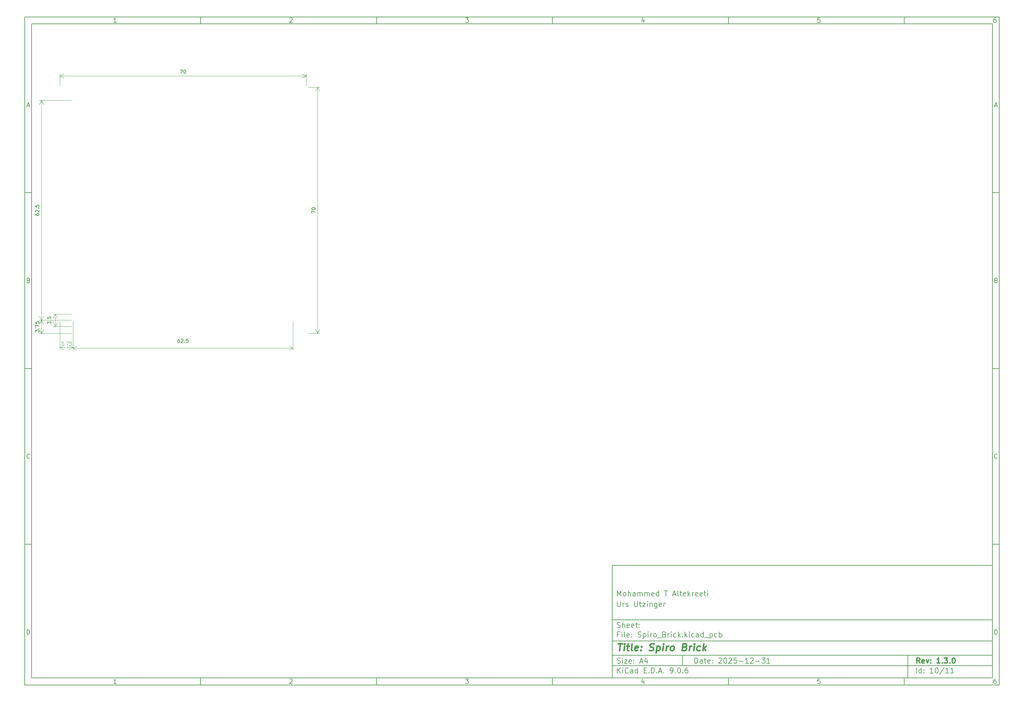
<source format=gbr>
%TF.GenerationSoftware,KiCad,Pcbnew,9.0.6-9.0.6~ubuntu22.04.1*%
%TF.CreationDate,2026-01-05T20:27:45-07:00*%
%TF.ProjectId,Spiro_Brick,53706972-6f5f-4427-9269-636b2e6b6963,1.3.0*%
%TF.SameCoordinates,Original*%
%TF.FileFunction,Other,Comment*%
%FSLAX46Y46*%
G04 Gerber Fmt 4.6, Leading zero omitted, Abs format (unit mm)*
G04 Created by KiCad (PCBNEW 9.0.6-9.0.6~ubuntu22.04.1) date 2026-01-05 20:27:45*
%MOMM*%
%LPD*%
G01*
G04 APERTURE LIST*
%ADD10C,0.100000*%
%ADD11C,0.150000*%
%ADD12C,0.300000*%
%ADD13C,0.400000*%
G04 APERTURE END LIST*
D10*
D11*
X177002200Y-166007200D02*
X285002200Y-166007200D01*
X285002200Y-198007200D01*
X177002200Y-198007200D01*
X177002200Y-166007200D01*
D10*
D11*
X10000000Y-10000000D02*
X287002200Y-10000000D01*
X287002200Y-200007200D01*
X10000000Y-200007200D01*
X10000000Y-10000000D01*
D10*
D11*
X12000000Y-12000000D02*
X285002200Y-12000000D01*
X285002200Y-198007200D01*
X12000000Y-198007200D01*
X12000000Y-12000000D01*
D10*
D11*
X60000000Y-12000000D02*
X60000000Y-10000000D01*
D10*
D11*
X110000000Y-12000000D02*
X110000000Y-10000000D01*
D10*
D11*
X160000000Y-12000000D02*
X160000000Y-10000000D01*
D10*
D11*
X210000000Y-12000000D02*
X210000000Y-10000000D01*
D10*
D11*
X260000000Y-12000000D02*
X260000000Y-10000000D01*
D10*
D11*
X36089160Y-11593604D02*
X35346303Y-11593604D01*
X35717731Y-11593604D02*
X35717731Y-10293604D01*
X35717731Y-10293604D02*
X35593922Y-10479319D01*
X35593922Y-10479319D02*
X35470112Y-10603128D01*
X35470112Y-10603128D02*
X35346303Y-10665033D01*
D10*
D11*
X85346303Y-10417414D02*
X85408207Y-10355509D01*
X85408207Y-10355509D02*
X85532017Y-10293604D01*
X85532017Y-10293604D02*
X85841541Y-10293604D01*
X85841541Y-10293604D02*
X85965350Y-10355509D01*
X85965350Y-10355509D02*
X86027255Y-10417414D01*
X86027255Y-10417414D02*
X86089160Y-10541223D01*
X86089160Y-10541223D02*
X86089160Y-10665033D01*
X86089160Y-10665033D02*
X86027255Y-10850747D01*
X86027255Y-10850747D02*
X85284398Y-11593604D01*
X85284398Y-11593604D02*
X86089160Y-11593604D01*
D10*
D11*
X135284398Y-10293604D02*
X136089160Y-10293604D01*
X136089160Y-10293604D02*
X135655826Y-10788842D01*
X135655826Y-10788842D02*
X135841541Y-10788842D01*
X135841541Y-10788842D02*
X135965350Y-10850747D01*
X135965350Y-10850747D02*
X136027255Y-10912652D01*
X136027255Y-10912652D02*
X136089160Y-11036461D01*
X136089160Y-11036461D02*
X136089160Y-11345985D01*
X136089160Y-11345985D02*
X136027255Y-11469795D01*
X136027255Y-11469795D02*
X135965350Y-11531700D01*
X135965350Y-11531700D02*
X135841541Y-11593604D01*
X135841541Y-11593604D02*
X135470112Y-11593604D01*
X135470112Y-11593604D02*
X135346303Y-11531700D01*
X135346303Y-11531700D02*
X135284398Y-11469795D01*
D10*
D11*
X185965350Y-10726938D02*
X185965350Y-11593604D01*
X185655826Y-10231700D02*
X185346303Y-11160271D01*
X185346303Y-11160271D02*
X186151064Y-11160271D01*
D10*
D11*
X236027255Y-10293604D02*
X235408207Y-10293604D01*
X235408207Y-10293604D02*
X235346303Y-10912652D01*
X235346303Y-10912652D02*
X235408207Y-10850747D01*
X235408207Y-10850747D02*
X235532017Y-10788842D01*
X235532017Y-10788842D02*
X235841541Y-10788842D01*
X235841541Y-10788842D02*
X235965350Y-10850747D01*
X235965350Y-10850747D02*
X236027255Y-10912652D01*
X236027255Y-10912652D02*
X236089160Y-11036461D01*
X236089160Y-11036461D02*
X236089160Y-11345985D01*
X236089160Y-11345985D02*
X236027255Y-11469795D01*
X236027255Y-11469795D02*
X235965350Y-11531700D01*
X235965350Y-11531700D02*
X235841541Y-11593604D01*
X235841541Y-11593604D02*
X235532017Y-11593604D01*
X235532017Y-11593604D02*
X235408207Y-11531700D01*
X235408207Y-11531700D02*
X235346303Y-11469795D01*
D10*
D11*
X285965350Y-10293604D02*
X285717731Y-10293604D01*
X285717731Y-10293604D02*
X285593922Y-10355509D01*
X285593922Y-10355509D02*
X285532017Y-10417414D01*
X285532017Y-10417414D02*
X285408207Y-10603128D01*
X285408207Y-10603128D02*
X285346303Y-10850747D01*
X285346303Y-10850747D02*
X285346303Y-11345985D01*
X285346303Y-11345985D02*
X285408207Y-11469795D01*
X285408207Y-11469795D02*
X285470112Y-11531700D01*
X285470112Y-11531700D02*
X285593922Y-11593604D01*
X285593922Y-11593604D02*
X285841541Y-11593604D01*
X285841541Y-11593604D02*
X285965350Y-11531700D01*
X285965350Y-11531700D02*
X286027255Y-11469795D01*
X286027255Y-11469795D02*
X286089160Y-11345985D01*
X286089160Y-11345985D02*
X286089160Y-11036461D01*
X286089160Y-11036461D02*
X286027255Y-10912652D01*
X286027255Y-10912652D02*
X285965350Y-10850747D01*
X285965350Y-10850747D02*
X285841541Y-10788842D01*
X285841541Y-10788842D02*
X285593922Y-10788842D01*
X285593922Y-10788842D02*
X285470112Y-10850747D01*
X285470112Y-10850747D02*
X285408207Y-10912652D01*
X285408207Y-10912652D02*
X285346303Y-11036461D01*
D10*
D11*
X60000000Y-198007200D02*
X60000000Y-200007200D01*
D10*
D11*
X110000000Y-198007200D02*
X110000000Y-200007200D01*
D10*
D11*
X160000000Y-198007200D02*
X160000000Y-200007200D01*
D10*
D11*
X210000000Y-198007200D02*
X210000000Y-200007200D01*
D10*
D11*
X260000000Y-198007200D02*
X260000000Y-200007200D01*
D10*
D11*
X36089160Y-199600804D02*
X35346303Y-199600804D01*
X35717731Y-199600804D02*
X35717731Y-198300804D01*
X35717731Y-198300804D02*
X35593922Y-198486519D01*
X35593922Y-198486519D02*
X35470112Y-198610328D01*
X35470112Y-198610328D02*
X35346303Y-198672233D01*
D10*
D11*
X85346303Y-198424614D02*
X85408207Y-198362709D01*
X85408207Y-198362709D02*
X85532017Y-198300804D01*
X85532017Y-198300804D02*
X85841541Y-198300804D01*
X85841541Y-198300804D02*
X85965350Y-198362709D01*
X85965350Y-198362709D02*
X86027255Y-198424614D01*
X86027255Y-198424614D02*
X86089160Y-198548423D01*
X86089160Y-198548423D02*
X86089160Y-198672233D01*
X86089160Y-198672233D02*
X86027255Y-198857947D01*
X86027255Y-198857947D02*
X85284398Y-199600804D01*
X85284398Y-199600804D02*
X86089160Y-199600804D01*
D10*
D11*
X135284398Y-198300804D02*
X136089160Y-198300804D01*
X136089160Y-198300804D02*
X135655826Y-198796042D01*
X135655826Y-198796042D02*
X135841541Y-198796042D01*
X135841541Y-198796042D02*
X135965350Y-198857947D01*
X135965350Y-198857947D02*
X136027255Y-198919852D01*
X136027255Y-198919852D02*
X136089160Y-199043661D01*
X136089160Y-199043661D02*
X136089160Y-199353185D01*
X136089160Y-199353185D02*
X136027255Y-199476995D01*
X136027255Y-199476995D02*
X135965350Y-199538900D01*
X135965350Y-199538900D02*
X135841541Y-199600804D01*
X135841541Y-199600804D02*
X135470112Y-199600804D01*
X135470112Y-199600804D02*
X135346303Y-199538900D01*
X135346303Y-199538900D02*
X135284398Y-199476995D01*
D10*
D11*
X185965350Y-198734138D02*
X185965350Y-199600804D01*
X185655826Y-198238900D02*
X185346303Y-199167471D01*
X185346303Y-199167471D02*
X186151064Y-199167471D01*
D10*
D11*
X236027255Y-198300804D02*
X235408207Y-198300804D01*
X235408207Y-198300804D02*
X235346303Y-198919852D01*
X235346303Y-198919852D02*
X235408207Y-198857947D01*
X235408207Y-198857947D02*
X235532017Y-198796042D01*
X235532017Y-198796042D02*
X235841541Y-198796042D01*
X235841541Y-198796042D02*
X235965350Y-198857947D01*
X235965350Y-198857947D02*
X236027255Y-198919852D01*
X236027255Y-198919852D02*
X236089160Y-199043661D01*
X236089160Y-199043661D02*
X236089160Y-199353185D01*
X236089160Y-199353185D02*
X236027255Y-199476995D01*
X236027255Y-199476995D02*
X235965350Y-199538900D01*
X235965350Y-199538900D02*
X235841541Y-199600804D01*
X235841541Y-199600804D02*
X235532017Y-199600804D01*
X235532017Y-199600804D02*
X235408207Y-199538900D01*
X235408207Y-199538900D02*
X235346303Y-199476995D01*
D10*
D11*
X285965350Y-198300804D02*
X285717731Y-198300804D01*
X285717731Y-198300804D02*
X285593922Y-198362709D01*
X285593922Y-198362709D02*
X285532017Y-198424614D01*
X285532017Y-198424614D02*
X285408207Y-198610328D01*
X285408207Y-198610328D02*
X285346303Y-198857947D01*
X285346303Y-198857947D02*
X285346303Y-199353185D01*
X285346303Y-199353185D02*
X285408207Y-199476995D01*
X285408207Y-199476995D02*
X285470112Y-199538900D01*
X285470112Y-199538900D02*
X285593922Y-199600804D01*
X285593922Y-199600804D02*
X285841541Y-199600804D01*
X285841541Y-199600804D02*
X285965350Y-199538900D01*
X285965350Y-199538900D02*
X286027255Y-199476995D01*
X286027255Y-199476995D02*
X286089160Y-199353185D01*
X286089160Y-199353185D02*
X286089160Y-199043661D01*
X286089160Y-199043661D02*
X286027255Y-198919852D01*
X286027255Y-198919852D02*
X285965350Y-198857947D01*
X285965350Y-198857947D02*
X285841541Y-198796042D01*
X285841541Y-198796042D02*
X285593922Y-198796042D01*
X285593922Y-198796042D02*
X285470112Y-198857947D01*
X285470112Y-198857947D02*
X285408207Y-198919852D01*
X285408207Y-198919852D02*
X285346303Y-199043661D01*
D10*
D11*
X10000000Y-60000000D02*
X12000000Y-60000000D01*
D10*
D11*
X10000000Y-110000000D02*
X12000000Y-110000000D01*
D10*
D11*
X10000000Y-160000000D02*
X12000000Y-160000000D01*
D10*
D11*
X10690476Y-35222176D02*
X11309523Y-35222176D01*
X10566666Y-35593604D02*
X10999999Y-34293604D01*
X10999999Y-34293604D02*
X11433333Y-35593604D01*
D10*
D11*
X11092857Y-84912652D02*
X11278571Y-84974557D01*
X11278571Y-84974557D02*
X11340476Y-85036461D01*
X11340476Y-85036461D02*
X11402380Y-85160271D01*
X11402380Y-85160271D02*
X11402380Y-85345985D01*
X11402380Y-85345985D02*
X11340476Y-85469795D01*
X11340476Y-85469795D02*
X11278571Y-85531700D01*
X11278571Y-85531700D02*
X11154761Y-85593604D01*
X11154761Y-85593604D02*
X10659523Y-85593604D01*
X10659523Y-85593604D02*
X10659523Y-84293604D01*
X10659523Y-84293604D02*
X11092857Y-84293604D01*
X11092857Y-84293604D02*
X11216666Y-84355509D01*
X11216666Y-84355509D02*
X11278571Y-84417414D01*
X11278571Y-84417414D02*
X11340476Y-84541223D01*
X11340476Y-84541223D02*
X11340476Y-84665033D01*
X11340476Y-84665033D02*
X11278571Y-84788842D01*
X11278571Y-84788842D02*
X11216666Y-84850747D01*
X11216666Y-84850747D02*
X11092857Y-84912652D01*
X11092857Y-84912652D02*
X10659523Y-84912652D01*
D10*
D11*
X11402380Y-135469795D02*
X11340476Y-135531700D01*
X11340476Y-135531700D02*
X11154761Y-135593604D01*
X11154761Y-135593604D02*
X11030952Y-135593604D01*
X11030952Y-135593604D02*
X10845238Y-135531700D01*
X10845238Y-135531700D02*
X10721428Y-135407890D01*
X10721428Y-135407890D02*
X10659523Y-135284080D01*
X10659523Y-135284080D02*
X10597619Y-135036461D01*
X10597619Y-135036461D02*
X10597619Y-134850747D01*
X10597619Y-134850747D02*
X10659523Y-134603128D01*
X10659523Y-134603128D02*
X10721428Y-134479319D01*
X10721428Y-134479319D02*
X10845238Y-134355509D01*
X10845238Y-134355509D02*
X11030952Y-134293604D01*
X11030952Y-134293604D02*
X11154761Y-134293604D01*
X11154761Y-134293604D02*
X11340476Y-134355509D01*
X11340476Y-134355509D02*
X11402380Y-134417414D01*
D10*
D11*
X10659523Y-185593604D02*
X10659523Y-184293604D01*
X10659523Y-184293604D02*
X10969047Y-184293604D01*
X10969047Y-184293604D02*
X11154761Y-184355509D01*
X11154761Y-184355509D02*
X11278571Y-184479319D01*
X11278571Y-184479319D02*
X11340476Y-184603128D01*
X11340476Y-184603128D02*
X11402380Y-184850747D01*
X11402380Y-184850747D02*
X11402380Y-185036461D01*
X11402380Y-185036461D02*
X11340476Y-185284080D01*
X11340476Y-185284080D02*
X11278571Y-185407890D01*
X11278571Y-185407890D02*
X11154761Y-185531700D01*
X11154761Y-185531700D02*
X10969047Y-185593604D01*
X10969047Y-185593604D02*
X10659523Y-185593604D01*
D10*
D11*
X287002200Y-60000000D02*
X285002200Y-60000000D01*
D10*
D11*
X287002200Y-110000000D02*
X285002200Y-110000000D01*
D10*
D11*
X287002200Y-160000000D02*
X285002200Y-160000000D01*
D10*
D11*
X285692676Y-35222176D02*
X286311723Y-35222176D01*
X285568866Y-35593604D02*
X286002199Y-34293604D01*
X286002199Y-34293604D02*
X286435533Y-35593604D01*
D10*
D11*
X286095057Y-84912652D02*
X286280771Y-84974557D01*
X286280771Y-84974557D02*
X286342676Y-85036461D01*
X286342676Y-85036461D02*
X286404580Y-85160271D01*
X286404580Y-85160271D02*
X286404580Y-85345985D01*
X286404580Y-85345985D02*
X286342676Y-85469795D01*
X286342676Y-85469795D02*
X286280771Y-85531700D01*
X286280771Y-85531700D02*
X286156961Y-85593604D01*
X286156961Y-85593604D02*
X285661723Y-85593604D01*
X285661723Y-85593604D02*
X285661723Y-84293604D01*
X285661723Y-84293604D02*
X286095057Y-84293604D01*
X286095057Y-84293604D02*
X286218866Y-84355509D01*
X286218866Y-84355509D02*
X286280771Y-84417414D01*
X286280771Y-84417414D02*
X286342676Y-84541223D01*
X286342676Y-84541223D02*
X286342676Y-84665033D01*
X286342676Y-84665033D02*
X286280771Y-84788842D01*
X286280771Y-84788842D02*
X286218866Y-84850747D01*
X286218866Y-84850747D02*
X286095057Y-84912652D01*
X286095057Y-84912652D02*
X285661723Y-84912652D01*
D10*
D11*
X286404580Y-135469795D02*
X286342676Y-135531700D01*
X286342676Y-135531700D02*
X286156961Y-135593604D01*
X286156961Y-135593604D02*
X286033152Y-135593604D01*
X286033152Y-135593604D02*
X285847438Y-135531700D01*
X285847438Y-135531700D02*
X285723628Y-135407890D01*
X285723628Y-135407890D02*
X285661723Y-135284080D01*
X285661723Y-135284080D02*
X285599819Y-135036461D01*
X285599819Y-135036461D02*
X285599819Y-134850747D01*
X285599819Y-134850747D02*
X285661723Y-134603128D01*
X285661723Y-134603128D02*
X285723628Y-134479319D01*
X285723628Y-134479319D02*
X285847438Y-134355509D01*
X285847438Y-134355509D02*
X286033152Y-134293604D01*
X286033152Y-134293604D02*
X286156961Y-134293604D01*
X286156961Y-134293604D02*
X286342676Y-134355509D01*
X286342676Y-134355509D02*
X286404580Y-134417414D01*
D10*
D11*
X285661723Y-185593604D02*
X285661723Y-184293604D01*
X285661723Y-184293604D02*
X285971247Y-184293604D01*
X285971247Y-184293604D02*
X286156961Y-184355509D01*
X286156961Y-184355509D02*
X286280771Y-184479319D01*
X286280771Y-184479319D02*
X286342676Y-184603128D01*
X286342676Y-184603128D02*
X286404580Y-184850747D01*
X286404580Y-184850747D02*
X286404580Y-185036461D01*
X286404580Y-185036461D02*
X286342676Y-185284080D01*
X286342676Y-185284080D02*
X286280771Y-185407890D01*
X286280771Y-185407890D02*
X286156961Y-185531700D01*
X286156961Y-185531700D02*
X285971247Y-185593604D01*
X285971247Y-185593604D02*
X285661723Y-185593604D01*
D10*
D11*
X200458026Y-193793328D02*
X200458026Y-192293328D01*
X200458026Y-192293328D02*
X200815169Y-192293328D01*
X200815169Y-192293328D02*
X201029455Y-192364757D01*
X201029455Y-192364757D02*
X201172312Y-192507614D01*
X201172312Y-192507614D02*
X201243741Y-192650471D01*
X201243741Y-192650471D02*
X201315169Y-192936185D01*
X201315169Y-192936185D02*
X201315169Y-193150471D01*
X201315169Y-193150471D02*
X201243741Y-193436185D01*
X201243741Y-193436185D02*
X201172312Y-193579042D01*
X201172312Y-193579042D02*
X201029455Y-193721900D01*
X201029455Y-193721900D02*
X200815169Y-193793328D01*
X200815169Y-193793328D02*
X200458026Y-193793328D01*
X202600884Y-193793328D02*
X202600884Y-193007614D01*
X202600884Y-193007614D02*
X202529455Y-192864757D01*
X202529455Y-192864757D02*
X202386598Y-192793328D01*
X202386598Y-192793328D02*
X202100884Y-192793328D01*
X202100884Y-192793328D02*
X201958026Y-192864757D01*
X202600884Y-193721900D02*
X202458026Y-193793328D01*
X202458026Y-193793328D02*
X202100884Y-193793328D01*
X202100884Y-193793328D02*
X201958026Y-193721900D01*
X201958026Y-193721900D02*
X201886598Y-193579042D01*
X201886598Y-193579042D02*
X201886598Y-193436185D01*
X201886598Y-193436185D02*
X201958026Y-193293328D01*
X201958026Y-193293328D02*
X202100884Y-193221900D01*
X202100884Y-193221900D02*
X202458026Y-193221900D01*
X202458026Y-193221900D02*
X202600884Y-193150471D01*
X203100884Y-192793328D02*
X203672312Y-192793328D01*
X203315169Y-192293328D02*
X203315169Y-193579042D01*
X203315169Y-193579042D02*
X203386598Y-193721900D01*
X203386598Y-193721900D02*
X203529455Y-193793328D01*
X203529455Y-193793328D02*
X203672312Y-193793328D01*
X204743741Y-193721900D02*
X204600884Y-193793328D01*
X204600884Y-193793328D02*
X204315170Y-193793328D01*
X204315170Y-193793328D02*
X204172312Y-193721900D01*
X204172312Y-193721900D02*
X204100884Y-193579042D01*
X204100884Y-193579042D02*
X204100884Y-193007614D01*
X204100884Y-193007614D02*
X204172312Y-192864757D01*
X204172312Y-192864757D02*
X204315170Y-192793328D01*
X204315170Y-192793328D02*
X204600884Y-192793328D01*
X204600884Y-192793328D02*
X204743741Y-192864757D01*
X204743741Y-192864757D02*
X204815170Y-193007614D01*
X204815170Y-193007614D02*
X204815170Y-193150471D01*
X204815170Y-193150471D02*
X204100884Y-193293328D01*
X205458026Y-193650471D02*
X205529455Y-193721900D01*
X205529455Y-193721900D02*
X205458026Y-193793328D01*
X205458026Y-193793328D02*
X205386598Y-193721900D01*
X205386598Y-193721900D02*
X205458026Y-193650471D01*
X205458026Y-193650471D02*
X205458026Y-193793328D01*
X205458026Y-192864757D02*
X205529455Y-192936185D01*
X205529455Y-192936185D02*
X205458026Y-193007614D01*
X205458026Y-193007614D02*
X205386598Y-192936185D01*
X205386598Y-192936185D02*
X205458026Y-192864757D01*
X205458026Y-192864757D02*
X205458026Y-193007614D01*
X207243741Y-192436185D02*
X207315169Y-192364757D01*
X207315169Y-192364757D02*
X207458027Y-192293328D01*
X207458027Y-192293328D02*
X207815169Y-192293328D01*
X207815169Y-192293328D02*
X207958027Y-192364757D01*
X207958027Y-192364757D02*
X208029455Y-192436185D01*
X208029455Y-192436185D02*
X208100884Y-192579042D01*
X208100884Y-192579042D02*
X208100884Y-192721900D01*
X208100884Y-192721900D02*
X208029455Y-192936185D01*
X208029455Y-192936185D02*
X207172312Y-193793328D01*
X207172312Y-193793328D02*
X208100884Y-193793328D01*
X209029455Y-192293328D02*
X209172312Y-192293328D01*
X209172312Y-192293328D02*
X209315169Y-192364757D01*
X209315169Y-192364757D02*
X209386598Y-192436185D01*
X209386598Y-192436185D02*
X209458026Y-192579042D01*
X209458026Y-192579042D02*
X209529455Y-192864757D01*
X209529455Y-192864757D02*
X209529455Y-193221900D01*
X209529455Y-193221900D02*
X209458026Y-193507614D01*
X209458026Y-193507614D02*
X209386598Y-193650471D01*
X209386598Y-193650471D02*
X209315169Y-193721900D01*
X209315169Y-193721900D02*
X209172312Y-193793328D01*
X209172312Y-193793328D02*
X209029455Y-193793328D01*
X209029455Y-193793328D02*
X208886598Y-193721900D01*
X208886598Y-193721900D02*
X208815169Y-193650471D01*
X208815169Y-193650471D02*
X208743740Y-193507614D01*
X208743740Y-193507614D02*
X208672312Y-193221900D01*
X208672312Y-193221900D02*
X208672312Y-192864757D01*
X208672312Y-192864757D02*
X208743740Y-192579042D01*
X208743740Y-192579042D02*
X208815169Y-192436185D01*
X208815169Y-192436185D02*
X208886598Y-192364757D01*
X208886598Y-192364757D02*
X209029455Y-192293328D01*
X210100883Y-192436185D02*
X210172311Y-192364757D01*
X210172311Y-192364757D02*
X210315169Y-192293328D01*
X210315169Y-192293328D02*
X210672311Y-192293328D01*
X210672311Y-192293328D02*
X210815169Y-192364757D01*
X210815169Y-192364757D02*
X210886597Y-192436185D01*
X210886597Y-192436185D02*
X210958026Y-192579042D01*
X210958026Y-192579042D02*
X210958026Y-192721900D01*
X210958026Y-192721900D02*
X210886597Y-192936185D01*
X210886597Y-192936185D02*
X210029454Y-193793328D01*
X210029454Y-193793328D02*
X210958026Y-193793328D01*
X212315168Y-192293328D02*
X211600882Y-192293328D01*
X211600882Y-192293328D02*
X211529454Y-193007614D01*
X211529454Y-193007614D02*
X211600882Y-192936185D01*
X211600882Y-192936185D02*
X211743740Y-192864757D01*
X211743740Y-192864757D02*
X212100882Y-192864757D01*
X212100882Y-192864757D02*
X212243740Y-192936185D01*
X212243740Y-192936185D02*
X212315168Y-193007614D01*
X212315168Y-193007614D02*
X212386597Y-193150471D01*
X212386597Y-193150471D02*
X212386597Y-193507614D01*
X212386597Y-193507614D02*
X212315168Y-193650471D01*
X212315168Y-193650471D02*
X212243740Y-193721900D01*
X212243740Y-193721900D02*
X212100882Y-193793328D01*
X212100882Y-193793328D02*
X211743740Y-193793328D01*
X211743740Y-193793328D02*
X211600882Y-193721900D01*
X211600882Y-193721900D02*
X211529454Y-193650471D01*
X213029453Y-193221900D02*
X214172311Y-193221900D01*
X215672311Y-193793328D02*
X214815168Y-193793328D01*
X215243739Y-193793328D02*
X215243739Y-192293328D01*
X215243739Y-192293328D02*
X215100882Y-192507614D01*
X215100882Y-192507614D02*
X214958025Y-192650471D01*
X214958025Y-192650471D02*
X214815168Y-192721900D01*
X216243739Y-192436185D02*
X216315167Y-192364757D01*
X216315167Y-192364757D02*
X216458025Y-192293328D01*
X216458025Y-192293328D02*
X216815167Y-192293328D01*
X216815167Y-192293328D02*
X216958025Y-192364757D01*
X216958025Y-192364757D02*
X217029453Y-192436185D01*
X217029453Y-192436185D02*
X217100882Y-192579042D01*
X217100882Y-192579042D02*
X217100882Y-192721900D01*
X217100882Y-192721900D02*
X217029453Y-192936185D01*
X217029453Y-192936185D02*
X216172310Y-193793328D01*
X216172310Y-193793328D02*
X217100882Y-193793328D01*
X217743738Y-193221900D02*
X218886596Y-193221900D01*
X219458024Y-192293328D02*
X220386596Y-192293328D01*
X220386596Y-192293328D02*
X219886596Y-192864757D01*
X219886596Y-192864757D02*
X220100881Y-192864757D01*
X220100881Y-192864757D02*
X220243739Y-192936185D01*
X220243739Y-192936185D02*
X220315167Y-193007614D01*
X220315167Y-193007614D02*
X220386596Y-193150471D01*
X220386596Y-193150471D02*
X220386596Y-193507614D01*
X220386596Y-193507614D02*
X220315167Y-193650471D01*
X220315167Y-193650471D02*
X220243739Y-193721900D01*
X220243739Y-193721900D02*
X220100881Y-193793328D01*
X220100881Y-193793328D02*
X219672310Y-193793328D01*
X219672310Y-193793328D02*
X219529453Y-193721900D01*
X219529453Y-193721900D02*
X219458024Y-193650471D01*
X221815167Y-193793328D02*
X220958024Y-193793328D01*
X221386595Y-193793328D02*
X221386595Y-192293328D01*
X221386595Y-192293328D02*
X221243738Y-192507614D01*
X221243738Y-192507614D02*
X221100881Y-192650471D01*
X221100881Y-192650471D02*
X220958024Y-192721900D01*
D10*
D11*
X177002200Y-194507200D02*
X285002200Y-194507200D01*
D10*
D11*
X178458026Y-196593328D02*
X178458026Y-195093328D01*
X179315169Y-196593328D02*
X178672312Y-195736185D01*
X179315169Y-195093328D02*
X178458026Y-195950471D01*
X179958026Y-196593328D02*
X179958026Y-195593328D01*
X179958026Y-195093328D02*
X179886598Y-195164757D01*
X179886598Y-195164757D02*
X179958026Y-195236185D01*
X179958026Y-195236185D02*
X180029455Y-195164757D01*
X180029455Y-195164757D02*
X179958026Y-195093328D01*
X179958026Y-195093328D02*
X179958026Y-195236185D01*
X181529455Y-196450471D02*
X181458027Y-196521900D01*
X181458027Y-196521900D02*
X181243741Y-196593328D01*
X181243741Y-196593328D02*
X181100884Y-196593328D01*
X181100884Y-196593328D02*
X180886598Y-196521900D01*
X180886598Y-196521900D02*
X180743741Y-196379042D01*
X180743741Y-196379042D02*
X180672312Y-196236185D01*
X180672312Y-196236185D02*
X180600884Y-195950471D01*
X180600884Y-195950471D02*
X180600884Y-195736185D01*
X180600884Y-195736185D02*
X180672312Y-195450471D01*
X180672312Y-195450471D02*
X180743741Y-195307614D01*
X180743741Y-195307614D02*
X180886598Y-195164757D01*
X180886598Y-195164757D02*
X181100884Y-195093328D01*
X181100884Y-195093328D02*
X181243741Y-195093328D01*
X181243741Y-195093328D02*
X181458027Y-195164757D01*
X181458027Y-195164757D02*
X181529455Y-195236185D01*
X182815170Y-196593328D02*
X182815170Y-195807614D01*
X182815170Y-195807614D02*
X182743741Y-195664757D01*
X182743741Y-195664757D02*
X182600884Y-195593328D01*
X182600884Y-195593328D02*
X182315170Y-195593328D01*
X182315170Y-195593328D02*
X182172312Y-195664757D01*
X182815170Y-196521900D02*
X182672312Y-196593328D01*
X182672312Y-196593328D02*
X182315170Y-196593328D01*
X182315170Y-196593328D02*
X182172312Y-196521900D01*
X182172312Y-196521900D02*
X182100884Y-196379042D01*
X182100884Y-196379042D02*
X182100884Y-196236185D01*
X182100884Y-196236185D02*
X182172312Y-196093328D01*
X182172312Y-196093328D02*
X182315170Y-196021900D01*
X182315170Y-196021900D02*
X182672312Y-196021900D01*
X182672312Y-196021900D02*
X182815170Y-195950471D01*
X184172313Y-196593328D02*
X184172313Y-195093328D01*
X184172313Y-196521900D02*
X184029455Y-196593328D01*
X184029455Y-196593328D02*
X183743741Y-196593328D01*
X183743741Y-196593328D02*
X183600884Y-196521900D01*
X183600884Y-196521900D02*
X183529455Y-196450471D01*
X183529455Y-196450471D02*
X183458027Y-196307614D01*
X183458027Y-196307614D02*
X183458027Y-195879042D01*
X183458027Y-195879042D02*
X183529455Y-195736185D01*
X183529455Y-195736185D02*
X183600884Y-195664757D01*
X183600884Y-195664757D02*
X183743741Y-195593328D01*
X183743741Y-195593328D02*
X184029455Y-195593328D01*
X184029455Y-195593328D02*
X184172313Y-195664757D01*
X186029455Y-195807614D02*
X186529455Y-195807614D01*
X186743741Y-196593328D02*
X186029455Y-196593328D01*
X186029455Y-196593328D02*
X186029455Y-195093328D01*
X186029455Y-195093328D02*
X186743741Y-195093328D01*
X187386598Y-196450471D02*
X187458027Y-196521900D01*
X187458027Y-196521900D02*
X187386598Y-196593328D01*
X187386598Y-196593328D02*
X187315170Y-196521900D01*
X187315170Y-196521900D02*
X187386598Y-196450471D01*
X187386598Y-196450471D02*
X187386598Y-196593328D01*
X188100884Y-196593328D02*
X188100884Y-195093328D01*
X188100884Y-195093328D02*
X188458027Y-195093328D01*
X188458027Y-195093328D02*
X188672313Y-195164757D01*
X188672313Y-195164757D02*
X188815170Y-195307614D01*
X188815170Y-195307614D02*
X188886599Y-195450471D01*
X188886599Y-195450471D02*
X188958027Y-195736185D01*
X188958027Y-195736185D02*
X188958027Y-195950471D01*
X188958027Y-195950471D02*
X188886599Y-196236185D01*
X188886599Y-196236185D02*
X188815170Y-196379042D01*
X188815170Y-196379042D02*
X188672313Y-196521900D01*
X188672313Y-196521900D02*
X188458027Y-196593328D01*
X188458027Y-196593328D02*
X188100884Y-196593328D01*
X189600884Y-196450471D02*
X189672313Y-196521900D01*
X189672313Y-196521900D02*
X189600884Y-196593328D01*
X189600884Y-196593328D02*
X189529456Y-196521900D01*
X189529456Y-196521900D02*
X189600884Y-196450471D01*
X189600884Y-196450471D02*
X189600884Y-196593328D01*
X190243742Y-196164757D02*
X190958028Y-196164757D01*
X190100885Y-196593328D02*
X190600885Y-195093328D01*
X190600885Y-195093328D02*
X191100885Y-196593328D01*
X191600884Y-196450471D02*
X191672313Y-196521900D01*
X191672313Y-196521900D02*
X191600884Y-196593328D01*
X191600884Y-196593328D02*
X191529456Y-196521900D01*
X191529456Y-196521900D02*
X191600884Y-196450471D01*
X191600884Y-196450471D02*
X191600884Y-196593328D01*
X193529456Y-196593328D02*
X193815170Y-196593328D01*
X193815170Y-196593328D02*
X193958027Y-196521900D01*
X193958027Y-196521900D02*
X194029456Y-196450471D01*
X194029456Y-196450471D02*
X194172313Y-196236185D01*
X194172313Y-196236185D02*
X194243742Y-195950471D01*
X194243742Y-195950471D02*
X194243742Y-195379042D01*
X194243742Y-195379042D02*
X194172313Y-195236185D01*
X194172313Y-195236185D02*
X194100885Y-195164757D01*
X194100885Y-195164757D02*
X193958027Y-195093328D01*
X193958027Y-195093328D02*
X193672313Y-195093328D01*
X193672313Y-195093328D02*
X193529456Y-195164757D01*
X193529456Y-195164757D02*
X193458027Y-195236185D01*
X193458027Y-195236185D02*
X193386599Y-195379042D01*
X193386599Y-195379042D02*
X193386599Y-195736185D01*
X193386599Y-195736185D02*
X193458027Y-195879042D01*
X193458027Y-195879042D02*
X193529456Y-195950471D01*
X193529456Y-195950471D02*
X193672313Y-196021900D01*
X193672313Y-196021900D02*
X193958027Y-196021900D01*
X193958027Y-196021900D02*
X194100885Y-195950471D01*
X194100885Y-195950471D02*
X194172313Y-195879042D01*
X194172313Y-195879042D02*
X194243742Y-195736185D01*
X194886598Y-196450471D02*
X194958027Y-196521900D01*
X194958027Y-196521900D02*
X194886598Y-196593328D01*
X194886598Y-196593328D02*
X194815170Y-196521900D01*
X194815170Y-196521900D02*
X194886598Y-196450471D01*
X194886598Y-196450471D02*
X194886598Y-196593328D01*
X195886599Y-195093328D02*
X196029456Y-195093328D01*
X196029456Y-195093328D02*
X196172313Y-195164757D01*
X196172313Y-195164757D02*
X196243742Y-195236185D01*
X196243742Y-195236185D02*
X196315170Y-195379042D01*
X196315170Y-195379042D02*
X196386599Y-195664757D01*
X196386599Y-195664757D02*
X196386599Y-196021900D01*
X196386599Y-196021900D02*
X196315170Y-196307614D01*
X196315170Y-196307614D02*
X196243742Y-196450471D01*
X196243742Y-196450471D02*
X196172313Y-196521900D01*
X196172313Y-196521900D02*
X196029456Y-196593328D01*
X196029456Y-196593328D02*
X195886599Y-196593328D01*
X195886599Y-196593328D02*
X195743742Y-196521900D01*
X195743742Y-196521900D02*
X195672313Y-196450471D01*
X195672313Y-196450471D02*
X195600884Y-196307614D01*
X195600884Y-196307614D02*
X195529456Y-196021900D01*
X195529456Y-196021900D02*
X195529456Y-195664757D01*
X195529456Y-195664757D02*
X195600884Y-195379042D01*
X195600884Y-195379042D02*
X195672313Y-195236185D01*
X195672313Y-195236185D02*
X195743742Y-195164757D01*
X195743742Y-195164757D02*
X195886599Y-195093328D01*
X197029455Y-196450471D02*
X197100884Y-196521900D01*
X197100884Y-196521900D02*
X197029455Y-196593328D01*
X197029455Y-196593328D02*
X196958027Y-196521900D01*
X196958027Y-196521900D02*
X197029455Y-196450471D01*
X197029455Y-196450471D02*
X197029455Y-196593328D01*
X198386599Y-195093328D02*
X198100884Y-195093328D01*
X198100884Y-195093328D02*
X197958027Y-195164757D01*
X197958027Y-195164757D02*
X197886599Y-195236185D01*
X197886599Y-195236185D02*
X197743741Y-195450471D01*
X197743741Y-195450471D02*
X197672313Y-195736185D01*
X197672313Y-195736185D02*
X197672313Y-196307614D01*
X197672313Y-196307614D02*
X197743741Y-196450471D01*
X197743741Y-196450471D02*
X197815170Y-196521900D01*
X197815170Y-196521900D02*
X197958027Y-196593328D01*
X197958027Y-196593328D02*
X198243741Y-196593328D01*
X198243741Y-196593328D02*
X198386599Y-196521900D01*
X198386599Y-196521900D02*
X198458027Y-196450471D01*
X198458027Y-196450471D02*
X198529456Y-196307614D01*
X198529456Y-196307614D02*
X198529456Y-195950471D01*
X198529456Y-195950471D02*
X198458027Y-195807614D01*
X198458027Y-195807614D02*
X198386599Y-195736185D01*
X198386599Y-195736185D02*
X198243741Y-195664757D01*
X198243741Y-195664757D02*
X197958027Y-195664757D01*
X197958027Y-195664757D02*
X197815170Y-195736185D01*
X197815170Y-195736185D02*
X197743741Y-195807614D01*
X197743741Y-195807614D02*
X197672313Y-195950471D01*
D10*
D11*
X177002200Y-191507200D02*
X285002200Y-191507200D01*
D10*
D12*
X264413853Y-193785528D02*
X263913853Y-193071242D01*
X263556710Y-193785528D02*
X263556710Y-192285528D01*
X263556710Y-192285528D02*
X264128139Y-192285528D01*
X264128139Y-192285528D02*
X264270996Y-192356957D01*
X264270996Y-192356957D02*
X264342425Y-192428385D01*
X264342425Y-192428385D02*
X264413853Y-192571242D01*
X264413853Y-192571242D02*
X264413853Y-192785528D01*
X264413853Y-192785528D02*
X264342425Y-192928385D01*
X264342425Y-192928385D02*
X264270996Y-192999814D01*
X264270996Y-192999814D02*
X264128139Y-193071242D01*
X264128139Y-193071242D02*
X263556710Y-193071242D01*
X265628139Y-193714100D02*
X265485282Y-193785528D01*
X265485282Y-193785528D02*
X265199568Y-193785528D01*
X265199568Y-193785528D02*
X265056710Y-193714100D01*
X265056710Y-193714100D02*
X264985282Y-193571242D01*
X264985282Y-193571242D02*
X264985282Y-192999814D01*
X264985282Y-192999814D02*
X265056710Y-192856957D01*
X265056710Y-192856957D02*
X265199568Y-192785528D01*
X265199568Y-192785528D02*
X265485282Y-192785528D01*
X265485282Y-192785528D02*
X265628139Y-192856957D01*
X265628139Y-192856957D02*
X265699568Y-192999814D01*
X265699568Y-192999814D02*
X265699568Y-193142671D01*
X265699568Y-193142671D02*
X264985282Y-193285528D01*
X266199567Y-192785528D02*
X266556710Y-193785528D01*
X266556710Y-193785528D02*
X266913853Y-192785528D01*
X267485281Y-193642671D02*
X267556710Y-193714100D01*
X267556710Y-193714100D02*
X267485281Y-193785528D01*
X267485281Y-193785528D02*
X267413853Y-193714100D01*
X267413853Y-193714100D02*
X267485281Y-193642671D01*
X267485281Y-193642671D02*
X267485281Y-193785528D01*
X267485281Y-192856957D02*
X267556710Y-192928385D01*
X267556710Y-192928385D02*
X267485281Y-192999814D01*
X267485281Y-192999814D02*
X267413853Y-192928385D01*
X267413853Y-192928385D02*
X267485281Y-192856957D01*
X267485281Y-192856957D02*
X267485281Y-192999814D01*
X270128139Y-193785528D02*
X269270996Y-193785528D01*
X269699567Y-193785528D02*
X269699567Y-192285528D01*
X269699567Y-192285528D02*
X269556710Y-192499814D01*
X269556710Y-192499814D02*
X269413853Y-192642671D01*
X269413853Y-192642671D02*
X269270996Y-192714100D01*
X270770995Y-193642671D02*
X270842424Y-193714100D01*
X270842424Y-193714100D02*
X270770995Y-193785528D01*
X270770995Y-193785528D02*
X270699567Y-193714100D01*
X270699567Y-193714100D02*
X270770995Y-193642671D01*
X270770995Y-193642671D02*
X270770995Y-193785528D01*
X271342424Y-192285528D02*
X272270996Y-192285528D01*
X272270996Y-192285528D02*
X271770996Y-192856957D01*
X271770996Y-192856957D02*
X271985281Y-192856957D01*
X271985281Y-192856957D02*
X272128139Y-192928385D01*
X272128139Y-192928385D02*
X272199567Y-192999814D01*
X272199567Y-192999814D02*
X272270996Y-193142671D01*
X272270996Y-193142671D02*
X272270996Y-193499814D01*
X272270996Y-193499814D02*
X272199567Y-193642671D01*
X272199567Y-193642671D02*
X272128139Y-193714100D01*
X272128139Y-193714100D02*
X271985281Y-193785528D01*
X271985281Y-193785528D02*
X271556710Y-193785528D01*
X271556710Y-193785528D02*
X271413853Y-193714100D01*
X271413853Y-193714100D02*
X271342424Y-193642671D01*
X272913852Y-193642671D02*
X272985281Y-193714100D01*
X272985281Y-193714100D02*
X272913852Y-193785528D01*
X272913852Y-193785528D02*
X272842424Y-193714100D01*
X272842424Y-193714100D02*
X272913852Y-193642671D01*
X272913852Y-193642671D02*
X272913852Y-193785528D01*
X273913853Y-192285528D02*
X274056710Y-192285528D01*
X274056710Y-192285528D02*
X274199567Y-192356957D01*
X274199567Y-192356957D02*
X274270996Y-192428385D01*
X274270996Y-192428385D02*
X274342424Y-192571242D01*
X274342424Y-192571242D02*
X274413853Y-192856957D01*
X274413853Y-192856957D02*
X274413853Y-193214100D01*
X274413853Y-193214100D02*
X274342424Y-193499814D01*
X274342424Y-193499814D02*
X274270996Y-193642671D01*
X274270996Y-193642671D02*
X274199567Y-193714100D01*
X274199567Y-193714100D02*
X274056710Y-193785528D01*
X274056710Y-193785528D02*
X273913853Y-193785528D01*
X273913853Y-193785528D02*
X273770996Y-193714100D01*
X273770996Y-193714100D02*
X273699567Y-193642671D01*
X273699567Y-193642671D02*
X273628138Y-193499814D01*
X273628138Y-193499814D02*
X273556710Y-193214100D01*
X273556710Y-193214100D02*
X273556710Y-192856957D01*
X273556710Y-192856957D02*
X273628138Y-192571242D01*
X273628138Y-192571242D02*
X273699567Y-192428385D01*
X273699567Y-192428385D02*
X273770996Y-192356957D01*
X273770996Y-192356957D02*
X273913853Y-192285528D01*
D10*
D11*
X178386598Y-193721900D02*
X178600884Y-193793328D01*
X178600884Y-193793328D02*
X178958026Y-193793328D01*
X178958026Y-193793328D02*
X179100884Y-193721900D01*
X179100884Y-193721900D02*
X179172312Y-193650471D01*
X179172312Y-193650471D02*
X179243741Y-193507614D01*
X179243741Y-193507614D02*
X179243741Y-193364757D01*
X179243741Y-193364757D02*
X179172312Y-193221900D01*
X179172312Y-193221900D02*
X179100884Y-193150471D01*
X179100884Y-193150471D02*
X178958026Y-193079042D01*
X178958026Y-193079042D02*
X178672312Y-193007614D01*
X178672312Y-193007614D02*
X178529455Y-192936185D01*
X178529455Y-192936185D02*
X178458026Y-192864757D01*
X178458026Y-192864757D02*
X178386598Y-192721900D01*
X178386598Y-192721900D02*
X178386598Y-192579042D01*
X178386598Y-192579042D02*
X178458026Y-192436185D01*
X178458026Y-192436185D02*
X178529455Y-192364757D01*
X178529455Y-192364757D02*
X178672312Y-192293328D01*
X178672312Y-192293328D02*
X179029455Y-192293328D01*
X179029455Y-192293328D02*
X179243741Y-192364757D01*
X179886597Y-193793328D02*
X179886597Y-192793328D01*
X179886597Y-192293328D02*
X179815169Y-192364757D01*
X179815169Y-192364757D02*
X179886597Y-192436185D01*
X179886597Y-192436185D02*
X179958026Y-192364757D01*
X179958026Y-192364757D02*
X179886597Y-192293328D01*
X179886597Y-192293328D02*
X179886597Y-192436185D01*
X180458026Y-192793328D02*
X181243741Y-192793328D01*
X181243741Y-192793328D02*
X180458026Y-193793328D01*
X180458026Y-193793328D02*
X181243741Y-193793328D01*
X182386598Y-193721900D02*
X182243741Y-193793328D01*
X182243741Y-193793328D02*
X181958027Y-193793328D01*
X181958027Y-193793328D02*
X181815169Y-193721900D01*
X181815169Y-193721900D02*
X181743741Y-193579042D01*
X181743741Y-193579042D02*
X181743741Y-193007614D01*
X181743741Y-193007614D02*
X181815169Y-192864757D01*
X181815169Y-192864757D02*
X181958027Y-192793328D01*
X181958027Y-192793328D02*
X182243741Y-192793328D01*
X182243741Y-192793328D02*
X182386598Y-192864757D01*
X182386598Y-192864757D02*
X182458027Y-193007614D01*
X182458027Y-193007614D02*
X182458027Y-193150471D01*
X182458027Y-193150471D02*
X181743741Y-193293328D01*
X183100883Y-193650471D02*
X183172312Y-193721900D01*
X183172312Y-193721900D02*
X183100883Y-193793328D01*
X183100883Y-193793328D02*
X183029455Y-193721900D01*
X183029455Y-193721900D02*
X183100883Y-193650471D01*
X183100883Y-193650471D02*
X183100883Y-193793328D01*
X183100883Y-192864757D02*
X183172312Y-192936185D01*
X183172312Y-192936185D02*
X183100883Y-193007614D01*
X183100883Y-193007614D02*
X183029455Y-192936185D01*
X183029455Y-192936185D02*
X183100883Y-192864757D01*
X183100883Y-192864757D02*
X183100883Y-193007614D01*
X184886598Y-193364757D02*
X185600884Y-193364757D01*
X184743741Y-193793328D02*
X185243741Y-192293328D01*
X185243741Y-192293328D02*
X185743741Y-193793328D01*
X186886598Y-192793328D02*
X186886598Y-193793328D01*
X186529455Y-192221900D02*
X186172312Y-193293328D01*
X186172312Y-193293328D02*
X187100883Y-193293328D01*
D10*
D11*
X263458026Y-196593328D02*
X263458026Y-195093328D01*
X264815170Y-196593328D02*
X264815170Y-195093328D01*
X264815170Y-196521900D02*
X264672312Y-196593328D01*
X264672312Y-196593328D02*
X264386598Y-196593328D01*
X264386598Y-196593328D02*
X264243741Y-196521900D01*
X264243741Y-196521900D02*
X264172312Y-196450471D01*
X264172312Y-196450471D02*
X264100884Y-196307614D01*
X264100884Y-196307614D02*
X264100884Y-195879042D01*
X264100884Y-195879042D02*
X264172312Y-195736185D01*
X264172312Y-195736185D02*
X264243741Y-195664757D01*
X264243741Y-195664757D02*
X264386598Y-195593328D01*
X264386598Y-195593328D02*
X264672312Y-195593328D01*
X264672312Y-195593328D02*
X264815170Y-195664757D01*
X265529455Y-196450471D02*
X265600884Y-196521900D01*
X265600884Y-196521900D02*
X265529455Y-196593328D01*
X265529455Y-196593328D02*
X265458027Y-196521900D01*
X265458027Y-196521900D02*
X265529455Y-196450471D01*
X265529455Y-196450471D02*
X265529455Y-196593328D01*
X265529455Y-195664757D02*
X265600884Y-195736185D01*
X265600884Y-195736185D02*
X265529455Y-195807614D01*
X265529455Y-195807614D02*
X265458027Y-195736185D01*
X265458027Y-195736185D02*
X265529455Y-195664757D01*
X265529455Y-195664757D02*
X265529455Y-195807614D01*
X268172313Y-196593328D02*
X267315170Y-196593328D01*
X267743741Y-196593328D02*
X267743741Y-195093328D01*
X267743741Y-195093328D02*
X267600884Y-195307614D01*
X267600884Y-195307614D02*
X267458027Y-195450471D01*
X267458027Y-195450471D02*
X267315170Y-195521900D01*
X269100884Y-195093328D02*
X269243741Y-195093328D01*
X269243741Y-195093328D02*
X269386598Y-195164757D01*
X269386598Y-195164757D02*
X269458027Y-195236185D01*
X269458027Y-195236185D02*
X269529455Y-195379042D01*
X269529455Y-195379042D02*
X269600884Y-195664757D01*
X269600884Y-195664757D02*
X269600884Y-196021900D01*
X269600884Y-196021900D02*
X269529455Y-196307614D01*
X269529455Y-196307614D02*
X269458027Y-196450471D01*
X269458027Y-196450471D02*
X269386598Y-196521900D01*
X269386598Y-196521900D02*
X269243741Y-196593328D01*
X269243741Y-196593328D02*
X269100884Y-196593328D01*
X269100884Y-196593328D02*
X268958027Y-196521900D01*
X268958027Y-196521900D02*
X268886598Y-196450471D01*
X268886598Y-196450471D02*
X268815169Y-196307614D01*
X268815169Y-196307614D02*
X268743741Y-196021900D01*
X268743741Y-196021900D02*
X268743741Y-195664757D01*
X268743741Y-195664757D02*
X268815169Y-195379042D01*
X268815169Y-195379042D02*
X268886598Y-195236185D01*
X268886598Y-195236185D02*
X268958027Y-195164757D01*
X268958027Y-195164757D02*
X269100884Y-195093328D01*
X271315169Y-195021900D02*
X270029455Y-196950471D01*
X272600884Y-196593328D02*
X271743741Y-196593328D01*
X272172312Y-196593328D02*
X272172312Y-195093328D01*
X272172312Y-195093328D02*
X272029455Y-195307614D01*
X272029455Y-195307614D02*
X271886598Y-195450471D01*
X271886598Y-195450471D02*
X271743741Y-195521900D01*
X274029455Y-196593328D02*
X273172312Y-196593328D01*
X273600883Y-196593328D02*
X273600883Y-195093328D01*
X273600883Y-195093328D02*
X273458026Y-195307614D01*
X273458026Y-195307614D02*
X273315169Y-195450471D01*
X273315169Y-195450471D02*
X273172312Y-195521900D01*
D10*
D11*
X177002200Y-187507200D02*
X285002200Y-187507200D01*
D10*
D13*
X178693928Y-188211638D02*
X179836785Y-188211638D01*
X179015357Y-190211638D02*
X179265357Y-188211638D01*
X180253452Y-190211638D02*
X180420119Y-188878304D01*
X180503452Y-188211638D02*
X180396309Y-188306876D01*
X180396309Y-188306876D02*
X180479643Y-188402114D01*
X180479643Y-188402114D02*
X180586786Y-188306876D01*
X180586786Y-188306876D02*
X180503452Y-188211638D01*
X180503452Y-188211638D02*
X180479643Y-188402114D01*
X181086786Y-188878304D02*
X181848690Y-188878304D01*
X181455833Y-188211638D02*
X181241548Y-189925923D01*
X181241548Y-189925923D02*
X181312976Y-190116400D01*
X181312976Y-190116400D02*
X181491548Y-190211638D01*
X181491548Y-190211638D02*
X181682024Y-190211638D01*
X182634405Y-190211638D02*
X182455833Y-190116400D01*
X182455833Y-190116400D02*
X182384405Y-189925923D01*
X182384405Y-189925923D02*
X182598690Y-188211638D01*
X184170119Y-190116400D02*
X183967738Y-190211638D01*
X183967738Y-190211638D02*
X183586785Y-190211638D01*
X183586785Y-190211638D02*
X183408214Y-190116400D01*
X183408214Y-190116400D02*
X183336785Y-189925923D01*
X183336785Y-189925923D02*
X183432024Y-189164019D01*
X183432024Y-189164019D02*
X183551071Y-188973542D01*
X183551071Y-188973542D02*
X183753452Y-188878304D01*
X183753452Y-188878304D02*
X184134404Y-188878304D01*
X184134404Y-188878304D02*
X184312976Y-188973542D01*
X184312976Y-188973542D02*
X184384404Y-189164019D01*
X184384404Y-189164019D02*
X184360595Y-189354495D01*
X184360595Y-189354495D02*
X183384404Y-189544971D01*
X185134405Y-190021161D02*
X185217738Y-190116400D01*
X185217738Y-190116400D02*
X185110595Y-190211638D01*
X185110595Y-190211638D02*
X185027262Y-190116400D01*
X185027262Y-190116400D02*
X185134405Y-190021161D01*
X185134405Y-190021161D02*
X185110595Y-190211638D01*
X185265357Y-188973542D02*
X185348690Y-189068780D01*
X185348690Y-189068780D02*
X185241548Y-189164019D01*
X185241548Y-189164019D02*
X185158214Y-189068780D01*
X185158214Y-189068780D02*
X185265357Y-188973542D01*
X185265357Y-188973542D02*
X185241548Y-189164019D01*
X187503453Y-190116400D02*
X187777262Y-190211638D01*
X187777262Y-190211638D02*
X188253453Y-190211638D01*
X188253453Y-190211638D02*
X188455834Y-190116400D01*
X188455834Y-190116400D02*
X188562977Y-190021161D01*
X188562977Y-190021161D02*
X188682024Y-189830685D01*
X188682024Y-189830685D02*
X188705834Y-189640209D01*
X188705834Y-189640209D02*
X188634405Y-189449733D01*
X188634405Y-189449733D02*
X188551072Y-189354495D01*
X188551072Y-189354495D02*
X188372501Y-189259257D01*
X188372501Y-189259257D02*
X188003453Y-189164019D01*
X188003453Y-189164019D02*
X187824881Y-189068780D01*
X187824881Y-189068780D02*
X187741548Y-188973542D01*
X187741548Y-188973542D02*
X187670120Y-188783066D01*
X187670120Y-188783066D02*
X187693929Y-188592590D01*
X187693929Y-188592590D02*
X187812977Y-188402114D01*
X187812977Y-188402114D02*
X187920120Y-188306876D01*
X187920120Y-188306876D02*
X188122501Y-188211638D01*
X188122501Y-188211638D02*
X188598691Y-188211638D01*
X188598691Y-188211638D02*
X188872501Y-188306876D01*
X189658215Y-188878304D02*
X189408215Y-190878304D01*
X189646310Y-188973542D02*
X189848691Y-188878304D01*
X189848691Y-188878304D02*
X190229643Y-188878304D01*
X190229643Y-188878304D02*
X190408215Y-188973542D01*
X190408215Y-188973542D02*
X190491548Y-189068780D01*
X190491548Y-189068780D02*
X190562977Y-189259257D01*
X190562977Y-189259257D02*
X190491548Y-189830685D01*
X190491548Y-189830685D02*
X190372501Y-190021161D01*
X190372501Y-190021161D02*
X190265358Y-190116400D01*
X190265358Y-190116400D02*
X190062977Y-190211638D01*
X190062977Y-190211638D02*
X189682024Y-190211638D01*
X189682024Y-190211638D02*
X189503453Y-190116400D01*
X191301072Y-190211638D02*
X191467739Y-188878304D01*
X191551072Y-188211638D02*
X191443929Y-188306876D01*
X191443929Y-188306876D02*
X191527263Y-188402114D01*
X191527263Y-188402114D02*
X191634406Y-188306876D01*
X191634406Y-188306876D02*
X191551072Y-188211638D01*
X191551072Y-188211638D02*
X191527263Y-188402114D01*
X192253453Y-190211638D02*
X192420120Y-188878304D01*
X192372501Y-189259257D02*
X192491548Y-189068780D01*
X192491548Y-189068780D02*
X192598691Y-188973542D01*
X192598691Y-188973542D02*
X192801072Y-188878304D01*
X192801072Y-188878304D02*
X192991548Y-188878304D01*
X193777263Y-190211638D02*
X193598691Y-190116400D01*
X193598691Y-190116400D02*
X193515358Y-190021161D01*
X193515358Y-190021161D02*
X193443929Y-189830685D01*
X193443929Y-189830685D02*
X193515358Y-189259257D01*
X193515358Y-189259257D02*
X193634405Y-189068780D01*
X193634405Y-189068780D02*
X193741548Y-188973542D01*
X193741548Y-188973542D02*
X193943929Y-188878304D01*
X193943929Y-188878304D02*
X194229643Y-188878304D01*
X194229643Y-188878304D02*
X194408215Y-188973542D01*
X194408215Y-188973542D02*
X194491548Y-189068780D01*
X194491548Y-189068780D02*
X194562977Y-189259257D01*
X194562977Y-189259257D02*
X194491548Y-189830685D01*
X194491548Y-189830685D02*
X194372501Y-190021161D01*
X194372501Y-190021161D02*
X194265358Y-190116400D01*
X194265358Y-190116400D02*
X194062977Y-190211638D01*
X194062977Y-190211638D02*
X193777263Y-190211638D01*
X197622501Y-189164019D02*
X197896311Y-189259257D01*
X197896311Y-189259257D02*
X197979644Y-189354495D01*
X197979644Y-189354495D02*
X198051073Y-189544971D01*
X198051073Y-189544971D02*
X198015358Y-189830685D01*
X198015358Y-189830685D02*
X197896311Y-190021161D01*
X197896311Y-190021161D02*
X197789168Y-190116400D01*
X197789168Y-190116400D02*
X197586787Y-190211638D01*
X197586787Y-190211638D02*
X196824882Y-190211638D01*
X196824882Y-190211638D02*
X197074882Y-188211638D01*
X197074882Y-188211638D02*
X197741549Y-188211638D01*
X197741549Y-188211638D02*
X197920120Y-188306876D01*
X197920120Y-188306876D02*
X198003454Y-188402114D01*
X198003454Y-188402114D02*
X198074882Y-188592590D01*
X198074882Y-188592590D02*
X198051073Y-188783066D01*
X198051073Y-188783066D02*
X197932025Y-188973542D01*
X197932025Y-188973542D02*
X197824882Y-189068780D01*
X197824882Y-189068780D02*
X197622501Y-189164019D01*
X197622501Y-189164019D02*
X196955835Y-189164019D01*
X198824882Y-190211638D02*
X198991549Y-188878304D01*
X198943930Y-189259257D02*
X199062977Y-189068780D01*
X199062977Y-189068780D02*
X199170120Y-188973542D01*
X199170120Y-188973542D02*
X199372501Y-188878304D01*
X199372501Y-188878304D02*
X199562977Y-188878304D01*
X200062977Y-190211638D02*
X200229644Y-188878304D01*
X200312977Y-188211638D02*
X200205834Y-188306876D01*
X200205834Y-188306876D02*
X200289168Y-188402114D01*
X200289168Y-188402114D02*
X200396311Y-188306876D01*
X200396311Y-188306876D02*
X200312977Y-188211638D01*
X200312977Y-188211638D02*
X200289168Y-188402114D01*
X201884406Y-190116400D02*
X201682025Y-190211638D01*
X201682025Y-190211638D02*
X201301073Y-190211638D01*
X201301073Y-190211638D02*
X201122501Y-190116400D01*
X201122501Y-190116400D02*
X201039168Y-190021161D01*
X201039168Y-190021161D02*
X200967739Y-189830685D01*
X200967739Y-189830685D02*
X201039168Y-189259257D01*
X201039168Y-189259257D02*
X201158215Y-189068780D01*
X201158215Y-189068780D02*
X201265358Y-188973542D01*
X201265358Y-188973542D02*
X201467739Y-188878304D01*
X201467739Y-188878304D02*
X201848692Y-188878304D01*
X201848692Y-188878304D02*
X202027263Y-188973542D01*
X202729644Y-190211638D02*
X202979644Y-188211638D01*
X203015359Y-189449733D02*
X203491549Y-190211638D01*
X203658216Y-188878304D02*
X202801073Y-189640209D01*
D10*
D11*
X178958026Y-185607614D02*
X178458026Y-185607614D01*
X178458026Y-186393328D02*
X178458026Y-184893328D01*
X178458026Y-184893328D02*
X179172312Y-184893328D01*
X179743740Y-186393328D02*
X179743740Y-185393328D01*
X179743740Y-184893328D02*
X179672312Y-184964757D01*
X179672312Y-184964757D02*
X179743740Y-185036185D01*
X179743740Y-185036185D02*
X179815169Y-184964757D01*
X179815169Y-184964757D02*
X179743740Y-184893328D01*
X179743740Y-184893328D02*
X179743740Y-185036185D01*
X180672312Y-186393328D02*
X180529455Y-186321900D01*
X180529455Y-186321900D02*
X180458026Y-186179042D01*
X180458026Y-186179042D02*
X180458026Y-184893328D01*
X181815169Y-186321900D02*
X181672312Y-186393328D01*
X181672312Y-186393328D02*
X181386598Y-186393328D01*
X181386598Y-186393328D02*
X181243740Y-186321900D01*
X181243740Y-186321900D02*
X181172312Y-186179042D01*
X181172312Y-186179042D02*
X181172312Y-185607614D01*
X181172312Y-185607614D02*
X181243740Y-185464757D01*
X181243740Y-185464757D02*
X181386598Y-185393328D01*
X181386598Y-185393328D02*
X181672312Y-185393328D01*
X181672312Y-185393328D02*
X181815169Y-185464757D01*
X181815169Y-185464757D02*
X181886598Y-185607614D01*
X181886598Y-185607614D02*
X181886598Y-185750471D01*
X181886598Y-185750471D02*
X181172312Y-185893328D01*
X182529454Y-186250471D02*
X182600883Y-186321900D01*
X182600883Y-186321900D02*
X182529454Y-186393328D01*
X182529454Y-186393328D02*
X182458026Y-186321900D01*
X182458026Y-186321900D02*
X182529454Y-186250471D01*
X182529454Y-186250471D02*
X182529454Y-186393328D01*
X182529454Y-185464757D02*
X182600883Y-185536185D01*
X182600883Y-185536185D02*
X182529454Y-185607614D01*
X182529454Y-185607614D02*
X182458026Y-185536185D01*
X182458026Y-185536185D02*
X182529454Y-185464757D01*
X182529454Y-185464757D02*
X182529454Y-185607614D01*
X184315169Y-186321900D02*
X184529455Y-186393328D01*
X184529455Y-186393328D02*
X184886597Y-186393328D01*
X184886597Y-186393328D02*
X185029455Y-186321900D01*
X185029455Y-186321900D02*
X185100883Y-186250471D01*
X185100883Y-186250471D02*
X185172312Y-186107614D01*
X185172312Y-186107614D02*
X185172312Y-185964757D01*
X185172312Y-185964757D02*
X185100883Y-185821900D01*
X185100883Y-185821900D02*
X185029455Y-185750471D01*
X185029455Y-185750471D02*
X184886597Y-185679042D01*
X184886597Y-185679042D02*
X184600883Y-185607614D01*
X184600883Y-185607614D02*
X184458026Y-185536185D01*
X184458026Y-185536185D02*
X184386597Y-185464757D01*
X184386597Y-185464757D02*
X184315169Y-185321900D01*
X184315169Y-185321900D02*
X184315169Y-185179042D01*
X184315169Y-185179042D02*
X184386597Y-185036185D01*
X184386597Y-185036185D02*
X184458026Y-184964757D01*
X184458026Y-184964757D02*
X184600883Y-184893328D01*
X184600883Y-184893328D02*
X184958026Y-184893328D01*
X184958026Y-184893328D02*
X185172312Y-184964757D01*
X185815168Y-185393328D02*
X185815168Y-186893328D01*
X185815168Y-185464757D02*
X185958026Y-185393328D01*
X185958026Y-185393328D02*
X186243740Y-185393328D01*
X186243740Y-185393328D02*
X186386597Y-185464757D01*
X186386597Y-185464757D02*
X186458026Y-185536185D01*
X186458026Y-185536185D02*
X186529454Y-185679042D01*
X186529454Y-185679042D02*
X186529454Y-186107614D01*
X186529454Y-186107614D02*
X186458026Y-186250471D01*
X186458026Y-186250471D02*
X186386597Y-186321900D01*
X186386597Y-186321900D02*
X186243740Y-186393328D01*
X186243740Y-186393328D02*
X185958026Y-186393328D01*
X185958026Y-186393328D02*
X185815168Y-186321900D01*
X187172311Y-186393328D02*
X187172311Y-185393328D01*
X187172311Y-184893328D02*
X187100883Y-184964757D01*
X187100883Y-184964757D02*
X187172311Y-185036185D01*
X187172311Y-185036185D02*
X187243740Y-184964757D01*
X187243740Y-184964757D02*
X187172311Y-184893328D01*
X187172311Y-184893328D02*
X187172311Y-185036185D01*
X187886597Y-186393328D02*
X187886597Y-185393328D01*
X187886597Y-185679042D02*
X187958026Y-185536185D01*
X187958026Y-185536185D02*
X188029455Y-185464757D01*
X188029455Y-185464757D02*
X188172312Y-185393328D01*
X188172312Y-185393328D02*
X188315169Y-185393328D01*
X189029454Y-186393328D02*
X188886597Y-186321900D01*
X188886597Y-186321900D02*
X188815168Y-186250471D01*
X188815168Y-186250471D02*
X188743740Y-186107614D01*
X188743740Y-186107614D02*
X188743740Y-185679042D01*
X188743740Y-185679042D02*
X188815168Y-185536185D01*
X188815168Y-185536185D02*
X188886597Y-185464757D01*
X188886597Y-185464757D02*
X189029454Y-185393328D01*
X189029454Y-185393328D02*
X189243740Y-185393328D01*
X189243740Y-185393328D02*
X189386597Y-185464757D01*
X189386597Y-185464757D02*
X189458026Y-185536185D01*
X189458026Y-185536185D02*
X189529454Y-185679042D01*
X189529454Y-185679042D02*
X189529454Y-186107614D01*
X189529454Y-186107614D02*
X189458026Y-186250471D01*
X189458026Y-186250471D02*
X189386597Y-186321900D01*
X189386597Y-186321900D02*
X189243740Y-186393328D01*
X189243740Y-186393328D02*
X189029454Y-186393328D01*
X189815169Y-186536185D02*
X190958026Y-186536185D01*
X191815168Y-185607614D02*
X192029454Y-185679042D01*
X192029454Y-185679042D02*
X192100883Y-185750471D01*
X192100883Y-185750471D02*
X192172311Y-185893328D01*
X192172311Y-185893328D02*
X192172311Y-186107614D01*
X192172311Y-186107614D02*
X192100883Y-186250471D01*
X192100883Y-186250471D02*
X192029454Y-186321900D01*
X192029454Y-186321900D02*
X191886597Y-186393328D01*
X191886597Y-186393328D02*
X191315168Y-186393328D01*
X191315168Y-186393328D02*
X191315168Y-184893328D01*
X191315168Y-184893328D02*
X191815168Y-184893328D01*
X191815168Y-184893328D02*
X191958026Y-184964757D01*
X191958026Y-184964757D02*
X192029454Y-185036185D01*
X192029454Y-185036185D02*
X192100883Y-185179042D01*
X192100883Y-185179042D02*
X192100883Y-185321900D01*
X192100883Y-185321900D02*
X192029454Y-185464757D01*
X192029454Y-185464757D02*
X191958026Y-185536185D01*
X191958026Y-185536185D02*
X191815168Y-185607614D01*
X191815168Y-185607614D02*
X191315168Y-185607614D01*
X192815168Y-186393328D02*
X192815168Y-185393328D01*
X192815168Y-185679042D02*
X192886597Y-185536185D01*
X192886597Y-185536185D02*
X192958026Y-185464757D01*
X192958026Y-185464757D02*
X193100883Y-185393328D01*
X193100883Y-185393328D02*
X193243740Y-185393328D01*
X193743739Y-186393328D02*
X193743739Y-185393328D01*
X193743739Y-184893328D02*
X193672311Y-184964757D01*
X193672311Y-184964757D02*
X193743739Y-185036185D01*
X193743739Y-185036185D02*
X193815168Y-184964757D01*
X193815168Y-184964757D02*
X193743739Y-184893328D01*
X193743739Y-184893328D02*
X193743739Y-185036185D01*
X195100883Y-186321900D02*
X194958025Y-186393328D01*
X194958025Y-186393328D02*
X194672311Y-186393328D01*
X194672311Y-186393328D02*
X194529454Y-186321900D01*
X194529454Y-186321900D02*
X194458025Y-186250471D01*
X194458025Y-186250471D02*
X194386597Y-186107614D01*
X194386597Y-186107614D02*
X194386597Y-185679042D01*
X194386597Y-185679042D02*
X194458025Y-185536185D01*
X194458025Y-185536185D02*
X194529454Y-185464757D01*
X194529454Y-185464757D02*
X194672311Y-185393328D01*
X194672311Y-185393328D02*
X194958025Y-185393328D01*
X194958025Y-185393328D02*
X195100883Y-185464757D01*
X195743739Y-186393328D02*
X195743739Y-184893328D01*
X195886597Y-185821900D02*
X196315168Y-186393328D01*
X196315168Y-185393328D02*
X195743739Y-185964757D01*
X196958025Y-186250471D02*
X197029454Y-186321900D01*
X197029454Y-186321900D02*
X196958025Y-186393328D01*
X196958025Y-186393328D02*
X196886597Y-186321900D01*
X196886597Y-186321900D02*
X196958025Y-186250471D01*
X196958025Y-186250471D02*
X196958025Y-186393328D01*
X197672311Y-186393328D02*
X197672311Y-184893328D01*
X197815169Y-185821900D02*
X198243740Y-186393328D01*
X198243740Y-185393328D02*
X197672311Y-185964757D01*
X198886597Y-186393328D02*
X198886597Y-185393328D01*
X198886597Y-184893328D02*
X198815169Y-184964757D01*
X198815169Y-184964757D02*
X198886597Y-185036185D01*
X198886597Y-185036185D02*
X198958026Y-184964757D01*
X198958026Y-184964757D02*
X198886597Y-184893328D01*
X198886597Y-184893328D02*
X198886597Y-185036185D01*
X200243741Y-186321900D02*
X200100883Y-186393328D01*
X200100883Y-186393328D02*
X199815169Y-186393328D01*
X199815169Y-186393328D02*
X199672312Y-186321900D01*
X199672312Y-186321900D02*
X199600883Y-186250471D01*
X199600883Y-186250471D02*
X199529455Y-186107614D01*
X199529455Y-186107614D02*
X199529455Y-185679042D01*
X199529455Y-185679042D02*
X199600883Y-185536185D01*
X199600883Y-185536185D02*
X199672312Y-185464757D01*
X199672312Y-185464757D02*
X199815169Y-185393328D01*
X199815169Y-185393328D02*
X200100883Y-185393328D01*
X200100883Y-185393328D02*
X200243741Y-185464757D01*
X201529455Y-186393328D02*
X201529455Y-185607614D01*
X201529455Y-185607614D02*
X201458026Y-185464757D01*
X201458026Y-185464757D02*
X201315169Y-185393328D01*
X201315169Y-185393328D02*
X201029455Y-185393328D01*
X201029455Y-185393328D02*
X200886597Y-185464757D01*
X201529455Y-186321900D02*
X201386597Y-186393328D01*
X201386597Y-186393328D02*
X201029455Y-186393328D01*
X201029455Y-186393328D02*
X200886597Y-186321900D01*
X200886597Y-186321900D02*
X200815169Y-186179042D01*
X200815169Y-186179042D02*
X200815169Y-186036185D01*
X200815169Y-186036185D02*
X200886597Y-185893328D01*
X200886597Y-185893328D02*
X201029455Y-185821900D01*
X201029455Y-185821900D02*
X201386597Y-185821900D01*
X201386597Y-185821900D02*
X201529455Y-185750471D01*
X202886598Y-186393328D02*
X202886598Y-184893328D01*
X202886598Y-186321900D02*
X202743740Y-186393328D01*
X202743740Y-186393328D02*
X202458026Y-186393328D01*
X202458026Y-186393328D02*
X202315169Y-186321900D01*
X202315169Y-186321900D02*
X202243740Y-186250471D01*
X202243740Y-186250471D02*
X202172312Y-186107614D01*
X202172312Y-186107614D02*
X202172312Y-185679042D01*
X202172312Y-185679042D02*
X202243740Y-185536185D01*
X202243740Y-185536185D02*
X202315169Y-185464757D01*
X202315169Y-185464757D02*
X202458026Y-185393328D01*
X202458026Y-185393328D02*
X202743740Y-185393328D01*
X202743740Y-185393328D02*
X202886598Y-185464757D01*
X203243741Y-186536185D02*
X204386598Y-186536185D01*
X204743740Y-185393328D02*
X204743740Y-186893328D01*
X204743740Y-185464757D02*
X204886598Y-185393328D01*
X204886598Y-185393328D02*
X205172312Y-185393328D01*
X205172312Y-185393328D02*
X205315169Y-185464757D01*
X205315169Y-185464757D02*
X205386598Y-185536185D01*
X205386598Y-185536185D02*
X205458026Y-185679042D01*
X205458026Y-185679042D02*
X205458026Y-186107614D01*
X205458026Y-186107614D02*
X205386598Y-186250471D01*
X205386598Y-186250471D02*
X205315169Y-186321900D01*
X205315169Y-186321900D02*
X205172312Y-186393328D01*
X205172312Y-186393328D02*
X204886598Y-186393328D01*
X204886598Y-186393328D02*
X204743740Y-186321900D01*
X206743741Y-186321900D02*
X206600883Y-186393328D01*
X206600883Y-186393328D02*
X206315169Y-186393328D01*
X206315169Y-186393328D02*
X206172312Y-186321900D01*
X206172312Y-186321900D02*
X206100883Y-186250471D01*
X206100883Y-186250471D02*
X206029455Y-186107614D01*
X206029455Y-186107614D02*
X206029455Y-185679042D01*
X206029455Y-185679042D02*
X206100883Y-185536185D01*
X206100883Y-185536185D02*
X206172312Y-185464757D01*
X206172312Y-185464757D02*
X206315169Y-185393328D01*
X206315169Y-185393328D02*
X206600883Y-185393328D01*
X206600883Y-185393328D02*
X206743741Y-185464757D01*
X207386597Y-186393328D02*
X207386597Y-184893328D01*
X207386597Y-185464757D02*
X207529455Y-185393328D01*
X207529455Y-185393328D02*
X207815169Y-185393328D01*
X207815169Y-185393328D02*
X207958026Y-185464757D01*
X207958026Y-185464757D02*
X208029455Y-185536185D01*
X208029455Y-185536185D02*
X208100883Y-185679042D01*
X208100883Y-185679042D02*
X208100883Y-186107614D01*
X208100883Y-186107614D02*
X208029455Y-186250471D01*
X208029455Y-186250471D02*
X207958026Y-186321900D01*
X207958026Y-186321900D02*
X207815169Y-186393328D01*
X207815169Y-186393328D02*
X207529455Y-186393328D01*
X207529455Y-186393328D02*
X207386597Y-186321900D01*
D10*
D11*
X177002200Y-181507200D02*
X285002200Y-181507200D01*
D10*
D11*
X178386598Y-183621900D02*
X178600884Y-183693328D01*
X178600884Y-183693328D02*
X178958026Y-183693328D01*
X178958026Y-183693328D02*
X179100884Y-183621900D01*
X179100884Y-183621900D02*
X179172312Y-183550471D01*
X179172312Y-183550471D02*
X179243741Y-183407614D01*
X179243741Y-183407614D02*
X179243741Y-183264757D01*
X179243741Y-183264757D02*
X179172312Y-183121900D01*
X179172312Y-183121900D02*
X179100884Y-183050471D01*
X179100884Y-183050471D02*
X178958026Y-182979042D01*
X178958026Y-182979042D02*
X178672312Y-182907614D01*
X178672312Y-182907614D02*
X178529455Y-182836185D01*
X178529455Y-182836185D02*
X178458026Y-182764757D01*
X178458026Y-182764757D02*
X178386598Y-182621900D01*
X178386598Y-182621900D02*
X178386598Y-182479042D01*
X178386598Y-182479042D02*
X178458026Y-182336185D01*
X178458026Y-182336185D02*
X178529455Y-182264757D01*
X178529455Y-182264757D02*
X178672312Y-182193328D01*
X178672312Y-182193328D02*
X179029455Y-182193328D01*
X179029455Y-182193328D02*
X179243741Y-182264757D01*
X179886597Y-183693328D02*
X179886597Y-182193328D01*
X180529455Y-183693328D02*
X180529455Y-182907614D01*
X180529455Y-182907614D02*
X180458026Y-182764757D01*
X180458026Y-182764757D02*
X180315169Y-182693328D01*
X180315169Y-182693328D02*
X180100883Y-182693328D01*
X180100883Y-182693328D02*
X179958026Y-182764757D01*
X179958026Y-182764757D02*
X179886597Y-182836185D01*
X181815169Y-183621900D02*
X181672312Y-183693328D01*
X181672312Y-183693328D02*
X181386598Y-183693328D01*
X181386598Y-183693328D02*
X181243740Y-183621900D01*
X181243740Y-183621900D02*
X181172312Y-183479042D01*
X181172312Y-183479042D02*
X181172312Y-182907614D01*
X181172312Y-182907614D02*
X181243740Y-182764757D01*
X181243740Y-182764757D02*
X181386598Y-182693328D01*
X181386598Y-182693328D02*
X181672312Y-182693328D01*
X181672312Y-182693328D02*
X181815169Y-182764757D01*
X181815169Y-182764757D02*
X181886598Y-182907614D01*
X181886598Y-182907614D02*
X181886598Y-183050471D01*
X181886598Y-183050471D02*
X181172312Y-183193328D01*
X183100883Y-183621900D02*
X182958026Y-183693328D01*
X182958026Y-183693328D02*
X182672312Y-183693328D01*
X182672312Y-183693328D02*
X182529454Y-183621900D01*
X182529454Y-183621900D02*
X182458026Y-183479042D01*
X182458026Y-183479042D02*
X182458026Y-182907614D01*
X182458026Y-182907614D02*
X182529454Y-182764757D01*
X182529454Y-182764757D02*
X182672312Y-182693328D01*
X182672312Y-182693328D02*
X182958026Y-182693328D01*
X182958026Y-182693328D02*
X183100883Y-182764757D01*
X183100883Y-182764757D02*
X183172312Y-182907614D01*
X183172312Y-182907614D02*
X183172312Y-183050471D01*
X183172312Y-183050471D02*
X182458026Y-183193328D01*
X183600883Y-182693328D02*
X184172311Y-182693328D01*
X183815168Y-182193328D02*
X183815168Y-183479042D01*
X183815168Y-183479042D02*
X183886597Y-183621900D01*
X183886597Y-183621900D02*
X184029454Y-183693328D01*
X184029454Y-183693328D02*
X184172311Y-183693328D01*
X184672311Y-183550471D02*
X184743740Y-183621900D01*
X184743740Y-183621900D02*
X184672311Y-183693328D01*
X184672311Y-183693328D02*
X184600883Y-183621900D01*
X184600883Y-183621900D02*
X184672311Y-183550471D01*
X184672311Y-183550471D02*
X184672311Y-183693328D01*
X184672311Y-182764757D02*
X184743740Y-182836185D01*
X184743740Y-182836185D02*
X184672311Y-182907614D01*
X184672311Y-182907614D02*
X184600883Y-182836185D01*
X184600883Y-182836185D02*
X184672311Y-182764757D01*
X184672311Y-182764757D02*
X184672311Y-182907614D01*
D10*
D11*
X178458026Y-176193328D02*
X178458026Y-177407614D01*
X178458026Y-177407614D02*
X178529455Y-177550471D01*
X178529455Y-177550471D02*
X178600884Y-177621900D01*
X178600884Y-177621900D02*
X178743741Y-177693328D01*
X178743741Y-177693328D02*
X179029455Y-177693328D01*
X179029455Y-177693328D02*
X179172312Y-177621900D01*
X179172312Y-177621900D02*
X179243741Y-177550471D01*
X179243741Y-177550471D02*
X179315169Y-177407614D01*
X179315169Y-177407614D02*
X179315169Y-176193328D01*
X180029455Y-177693328D02*
X180029455Y-176693328D01*
X180029455Y-176979042D02*
X180100884Y-176836185D01*
X180100884Y-176836185D02*
X180172313Y-176764757D01*
X180172313Y-176764757D02*
X180315170Y-176693328D01*
X180315170Y-176693328D02*
X180458027Y-176693328D01*
X180886598Y-177621900D02*
X181029455Y-177693328D01*
X181029455Y-177693328D02*
X181315169Y-177693328D01*
X181315169Y-177693328D02*
X181458026Y-177621900D01*
X181458026Y-177621900D02*
X181529455Y-177479042D01*
X181529455Y-177479042D02*
X181529455Y-177407614D01*
X181529455Y-177407614D02*
X181458026Y-177264757D01*
X181458026Y-177264757D02*
X181315169Y-177193328D01*
X181315169Y-177193328D02*
X181100884Y-177193328D01*
X181100884Y-177193328D02*
X180958026Y-177121900D01*
X180958026Y-177121900D02*
X180886598Y-176979042D01*
X180886598Y-176979042D02*
X180886598Y-176907614D01*
X180886598Y-176907614D02*
X180958026Y-176764757D01*
X180958026Y-176764757D02*
X181100884Y-176693328D01*
X181100884Y-176693328D02*
X181315169Y-176693328D01*
X181315169Y-176693328D02*
X181458026Y-176764757D01*
X183315169Y-176193328D02*
X183315169Y-177407614D01*
X183315169Y-177407614D02*
X183386598Y-177550471D01*
X183386598Y-177550471D02*
X183458027Y-177621900D01*
X183458027Y-177621900D02*
X183600884Y-177693328D01*
X183600884Y-177693328D02*
X183886598Y-177693328D01*
X183886598Y-177693328D02*
X184029455Y-177621900D01*
X184029455Y-177621900D02*
X184100884Y-177550471D01*
X184100884Y-177550471D02*
X184172312Y-177407614D01*
X184172312Y-177407614D02*
X184172312Y-176193328D01*
X184672313Y-176693328D02*
X185243741Y-176693328D01*
X184886598Y-176193328D02*
X184886598Y-177479042D01*
X184886598Y-177479042D02*
X184958027Y-177621900D01*
X184958027Y-177621900D02*
X185100884Y-177693328D01*
X185100884Y-177693328D02*
X185243741Y-177693328D01*
X185600884Y-176693328D02*
X186386599Y-176693328D01*
X186386599Y-176693328D02*
X185600884Y-177693328D01*
X185600884Y-177693328D02*
X186386599Y-177693328D01*
X186958027Y-177693328D02*
X186958027Y-176693328D01*
X186958027Y-176193328D02*
X186886599Y-176264757D01*
X186886599Y-176264757D02*
X186958027Y-176336185D01*
X186958027Y-176336185D02*
X187029456Y-176264757D01*
X187029456Y-176264757D02*
X186958027Y-176193328D01*
X186958027Y-176193328D02*
X186958027Y-176336185D01*
X187672313Y-176693328D02*
X187672313Y-177693328D01*
X187672313Y-176836185D02*
X187743742Y-176764757D01*
X187743742Y-176764757D02*
X187886599Y-176693328D01*
X187886599Y-176693328D02*
X188100885Y-176693328D01*
X188100885Y-176693328D02*
X188243742Y-176764757D01*
X188243742Y-176764757D02*
X188315171Y-176907614D01*
X188315171Y-176907614D02*
X188315171Y-177693328D01*
X189672314Y-176693328D02*
X189672314Y-177907614D01*
X189672314Y-177907614D02*
X189600885Y-178050471D01*
X189600885Y-178050471D02*
X189529456Y-178121900D01*
X189529456Y-178121900D02*
X189386599Y-178193328D01*
X189386599Y-178193328D02*
X189172314Y-178193328D01*
X189172314Y-178193328D02*
X189029456Y-178121900D01*
X189672314Y-177621900D02*
X189529456Y-177693328D01*
X189529456Y-177693328D02*
X189243742Y-177693328D01*
X189243742Y-177693328D02*
X189100885Y-177621900D01*
X189100885Y-177621900D02*
X189029456Y-177550471D01*
X189029456Y-177550471D02*
X188958028Y-177407614D01*
X188958028Y-177407614D02*
X188958028Y-176979042D01*
X188958028Y-176979042D02*
X189029456Y-176836185D01*
X189029456Y-176836185D02*
X189100885Y-176764757D01*
X189100885Y-176764757D02*
X189243742Y-176693328D01*
X189243742Y-176693328D02*
X189529456Y-176693328D01*
X189529456Y-176693328D02*
X189672314Y-176764757D01*
X190958028Y-177621900D02*
X190815171Y-177693328D01*
X190815171Y-177693328D02*
X190529457Y-177693328D01*
X190529457Y-177693328D02*
X190386599Y-177621900D01*
X190386599Y-177621900D02*
X190315171Y-177479042D01*
X190315171Y-177479042D02*
X190315171Y-176907614D01*
X190315171Y-176907614D02*
X190386599Y-176764757D01*
X190386599Y-176764757D02*
X190529457Y-176693328D01*
X190529457Y-176693328D02*
X190815171Y-176693328D01*
X190815171Y-176693328D02*
X190958028Y-176764757D01*
X190958028Y-176764757D02*
X191029457Y-176907614D01*
X191029457Y-176907614D02*
X191029457Y-177050471D01*
X191029457Y-177050471D02*
X190315171Y-177193328D01*
X191672313Y-177693328D02*
X191672313Y-176693328D01*
X191672313Y-176979042D02*
X191743742Y-176836185D01*
X191743742Y-176836185D02*
X191815171Y-176764757D01*
X191815171Y-176764757D02*
X191958028Y-176693328D01*
X191958028Y-176693328D02*
X192100885Y-176693328D01*
D10*
D11*
X178458026Y-174693328D02*
X178458026Y-173193328D01*
X178458026Y-173193328D02*
X178958026Y-174264757D01*
X178958026Y-174264757D02*
X179458026Y-173193328D01*
X179458026Y-173193328D02*
X179458026Y-174693328D01*
X180386598Y-174693328D02*
X180243741Y-174621900D01*
X180243741Y-174621900D02*
X180172312Y-174550471D01*
X180172312Y-174550471D02*
X180100884Y-174407614D01*
X180100884Y-174407614D02*
X180100884Y-173979042D01*
X180100884Y-173979042D02*
X180172312Y-173836185D01*
X180172312Y-173836185D02*
X180243741Y-173764757D01*
X180243741Y-173764757D02*
X180386598Y-173693328D01*
X180386598Y-173693328D02*
X180600884Y-173693328D01*
X180600884Y-173693328D02*
X180743741Y-173764757D01*
X180743741Y-173764757D02*
X180815170Y-173836185D01*
X180815170Y-173836185D02*
X180886598Y-173979042D01*
X180886598Y-173979042D02*
X180886598Y-174407614D01*
X180886598Y-174407614D02*
X180815170Y-174550471D01*
X180815170Y-174550471D02*
X180743741Y-174621900D01*
X180743741Y-174621900D02*
X180600884Y-174693328D01*
X180600884Y-174693328D02*
X180386598Y-174693328D01*
X181529455Y-174693328D02*
X181529455Y-173193328D01*
X182172313Y-174693328D02*
X182172313Y-173907614D01*
X182172313Y-173907614D02*
X182100884Y-173764757D01*
X182100884Y-173764757D02*
X181958027Y-173693328D01*
X181958027Y-173693328D02*
X181743741Y-173693328D01*
X181743741Y-173693328D02*
X181600884Y-173764757D01*
X181600884Y-173764757D02*
X181529455Y-173836185D01*
X183529456Y-174693328D02*
X183529456Y-173907614D01*
X183529456Y-173907614D02*
X183458027Y-173764757D01*
X183458027Y-173764757D02*
X183315170Y-173693328D01*
X183315170Y-173693328D02*
X183029456Y-173693328D01*
X183029456Y-173693328D02*
X182886598Y-173764757D01*
X183529456Y-174621900D02*
X183386598Y-174693328D01*
X183386598Y-174693328D02*
X183029456Y-174693328D01*
X183029456Y-174693328D02*
X182886598Y-174621900D01*
X182886598Y-174621900D02*
X182815170Y-174479042D01*
X182815170Y-174479042D02*
X182815170Y-174336185D01*
X182815170Y-174336185D02*
X182886598Y-174193328D01*
X182886598Y-174193328D02*
X183029456Y-174121900D01*
X183029456Y-174121900D02*
X183386598Y-174121900D01*
X183386598Y-174121900D02*
X183529456Y-174050471D01*
X184243741Y-174693328D02*
X184243741Y-173693328D01*
X184243741Y-173836185D02*
X184315170Y-173764757D01*
X184315170Y-173764757D02*
X184458027Y-173693328D01*
X184458027Y-173693328D02*
X184672313Y-173693328D01*
X184672313Y-173693328D02*
X184815170Y-173764757D01*
X184815170Y-173764757D02*
X184886599Y-173907614D01*
X184886599Y-173907614D02*
X184886599Y-174693328D01*
X184886599Y-173907614D02*
X184958027Y-173764757D01*
X184958027Y-173764757D02*
X185100884Y-173693328D01*
X185100884Y-173693328D02*
X185315170Y-173693328D01*
X185315170Y-173693328D02*
X185458027Y-173764757D01*
X185458027Y-173764757D02*
X185529456Y-173907614D01*
X185529456Y-173907614D02*
X185529456Y-174693328D01*
X186243741Y-174693328D02*
X186243741Y-173693328D01*
X186243741Y-173836185D02*
X186315170Y-173764757D01*
X186315170Y-173764757D02*
X186458027Y-173693328D01*
X186458027Y-173693328D02*
X186672313Y-173693328D01*
X186672313Y-173693328D02*
X186815170Y-173764757D01*
X186815170Y-173764757D02*
X186886599Y-173907614D01*
X186886599Y-173907614D02*
X186886599Y-174693328D01*
X186886599Y-173907614D02*
X186958027Y-173764757D01*
X186958027Y-173764757D02*
X187100884Y-173693328D01*
X187100884Y-173693328D02*
X187315170Y-173693328D01*
X187315170Y-173693328D02*
X187458027Y-173764757D01*
X187458027Y-173764757D02*
X187529456Y-173907614D01*
X187529456Y-173907614D02*
X187529456Y-174693328D01*
X188815170Y-174621900D02*
X188672313Y-174693328D01*
X188672313Y-174693328D02*
X188386599Y-174693328D01*
X188386599Y-174693328D02*
X188243741Y-174621900D01*
X188243741Y-174621900D02*
X188172313Y-174479042D01*
X188172313Y-174479042D02*
X188172313Y-173907614D01*
X188172313Y-173907614D02*
X188243741Y-173764757D01*
X188243741Y-173764757D02*
X188386599Y-173693328D01*
X188386599Y-173693328D02*
X188672313Y-173693328D01*
X188672313Y-173693328D02*
X188815170Y-173764757D01*
X188815170Y-173764757D02*
X188886599Y-173907614D01*
X188886599Y-173907614D02*
X188886599Y-174050471D01*
X188886599Y-174050471D02*
X188172313Y-174193328D01*
X190172313Y-174693328D02*
X190172313Y-173193328D01*
X190172313Y-174621900D02*
X190029455Y-174693328D01*
X190029455Y-174693328D02*
X189743741Y-174693328D01*
X189743741Y-174693328D02*
X189600884Y-174621900D01*
X189600884Y-174621900D02*
X189529455Y-174550471D01*
X189529455Y-174550471D02*
X189458027Y-174407614D01*
X189458027Y-174407614D02*
X189458027Y-173979042D01*
X189458027Y-173979042D02*
X189529455Y-173836185D01*
X189529455Y-173836185D02*
X189600884Y-173764757D01*
X189600884Y-173764757D02*
X189743741Y-173693328D01*
X189743741Y-173693328D02*
X190029455Y-173693328D01*
X190029455Y-173693328D02*
X190172313Y-173764757D01*
X191815170Y-173193328D02*
X192672313Y-173193328D01*
X192243741Y-174693328D02*
X192243741Y-173193328D01*
X194243741Y-174264757D02*
X194958027Y-174264757D01*
X194100884Y-174693328D02*
X194600884Y-173193328D01*
X194600884Y-173193328D02*
X195100884Y-174693328D01*
X195815169Y-174693328D02*
X195672312Y-174621900D01*
X195672312Y-174621900D02*
X195600883Y-174479042D01*
X195600883Y-174479042D02*
X195600883Y-173193328D01*
X196172312Y-173693328D02*
X196743740Y-173693328D01*
X196386597Y-173193328D02*
X196386597Y-174479042D01*
X196386597Y-174479042D02*
X196458026Y-174621900D01*
X196458026Y-174621900D02*
X196600883Y-174693328D01*
X196600883Y-174693328D02*
X196743740Y-174693328D01*
X197815169Y-174621900D02*
X197672312Y-174693328D01*
X197672312Y-174693328D02*
X197386598Y-174693328D01*
X197386598Y-174693328D02*
X197243740Y-174621900D01*
X197243740Y-174621900D02*
X197172312Y-174479042D01*
X197172312Y-174479042D02*
X197172312Y-173907614D01*
X197172312Y-173907614D02*
X197243740Y-173764757D01*
X197243740Y-173764757D02*
X197386598Y-173693328D01*
X197386598Y-173693328D02*
X197672312Y-173693328D01*
X197672312Y-173693328D02*
X197815169Y-173764757D01*
X197815169Y-173764757D02*
X197886598Y-173907614D01*
X197886598Y-173907614D02*
X197886598Y-174050471D01*
X197886598Y-174050471D02*
X197172312Y-174193328D01*
X198529454Y-174693328D02*
X198529454Y-173193328D01*
X198672312Y-174121900D02*
X199100883Y-174693328D01*
X199100883Y-173693328D02*
X198529454Y-174264757D01*
X199743740Y-174693328D02*
X199743740Y-173693328D01*
X199743740Y-173979042D02*
X199815169Y-173836185D01*
X199815169Y-173836185D02*
X199886598Y-173764757D01*
X199886598Y-173764757D02*
X200029455Y-173693328D01*
X200029455Y-173693328D02*
X200172312Y-173693328D01*
X201243740Y-174621900D02*
X201100883Y-174693328D01*
X201100883Y-174693328D02*
X200815169Y-174693328D01*
X200815169Y-174693328D02*
X200672311Y-174621900D01*
X200672311Y-174621900D02*
X200600883Y-174479042D01*
X200600883Y-174479042D02*
X200600883Y-173907614D01*
X200600883Y-173907614D02*
X200672311Y-173764757D01*
X200672311Y-173764757D02*
X200815169Y-173693328D01*
X200815169Y-173693328D02*
X201100883Y-173693328D01*
X201100883Y-173693328D02*
X201243740Y-173764757D01*
X201243740Y-173764757D02*
X201315169Y-173907614D01*
X201315169Y-173907614D02*
X201315169Y-174050471D01*
X201315169Y-174050471D02*
X200600883Y-174193328D01*
X202529454Y-174621900D02*
X202386597Y-174693328D01*
X202386597Y-174693328D02*
X202100883Y-174693328D01*
X202100883Y-174693328D02*
X201958025Y-174621900D01*
X201958025Y-174621900D02*
X201886597Y-174479042D01*
X201886597Y-174479042D02*
X201886597Y-173907614D01*
X201886597Y-173907614D02*
X201958025Y-173764757D01*
X201958025Y-173764757D02*
X202100883Y-173693328D01*
X202100883Y-173693328D02*
X202386597Y-173693328D01*
X202386597Y-173693328D02*
X202529454Y-173764757D01*
X202529454Y-173764757D02*
X202600883Y-173907614D01*
X202600883Y-173907614D02*
X202600883Y-174050471D01*
X202600883Y-174050471D02*
X201886597Y-174193328D01*
X203029454Y-173693328D02*
X203600882Y-173693328D01*
X203243739Y-173193328D02*
X203243739Y-174479042D01*
X203243739Y-174479042D02*
X203315168Y-174621900D01*
X203315168Y-174621900D02*
X203458025Y-174693328D01*
X203458025Y-174693328D02*
X203600882Y-174693328D01*
X204100882Y-174693328D02*
X204100882Y-173693328D01*
X204100882Y-173193328D02*
X204029454Y-173264757D01*
X204029454Y-173264757D02*
X204100882Y-173336185D01*
X204100882Y-173336185D02*
X204172311Y-173264757D01*
X204172311Y-173264757D02*
X204100882Y-173193328D01*
X204100882Y-173193328D02*
X204100882Y-173336185D01*
D10*
D11*
X197002200Y-191507200D02*
X197002200Y-194507200D01*
D10*
D11*
X261002200Y-191507200D02*
X261002200Y-198007200D01*
X13044819Y-65999999D02*
X13044819Y-66190475D01*
X13044819Y-66190475D02*
X13092438Y-66285713D01*
X13092438Y-66285713D02*
X13140057Y-66333332D01*
X13140057Y-66333332D02*
X13282914Y-66428570D01*
X13282914Y-66428570D02*
X13473390Y-66476189D01*
X13473390Y-66476189D02*
X13854342Y-66476189D01*
X13854342Y-66476189D02*
X13949580Y-66428570D01*
X13949580Y-66428570D02*
X13997200Y-66380951D01*
X13997200Y-66380951D02*
X14044819Y-66285713D01*
X14044819Y-66285713D02*
X14044819Y-66095237D01*
X14044819Y-66095237D02*
X13997200Y-65999999D01*
X13997200Y-65999999D02*
X13949580Y-65952380D01*
X13949580Y-65952380D02*
X13854342Y-65904761D01*
X13854342Y-65904761D02*
X13616247Y-65904761D01*
X13616247Y-65904761D02*
X13521009Y-65952380D01*
X13521009Y-65952380D02*
X13473390Y-65999999D01*
X13473390Y-65999999D02*
X13425771Y-66095237D01*
X13425771Y-66095237D02*
X13425771Y-66285713D01*
X13425771Y-66285713D02*
X13473390Y-66380951D01*
X13473390Y-66380951D02*
X13521009Y-66428570D01*
X13521009Y-66428570D02*
X13616247Y-66476189D01*
X13140057Y-65523808D02*
X13092438Y-65476189D01*
X13092438Y-65476189D02*
X13044819Y-65380951D01*
X13044819Y-65380951D02*
X13044819Y-65142856D01*
X13044819Y-65142856D02*
X13092438Y-65047618D01*
X13092438Y-65047618D02*
X13140057Y-64999999D01*
X13140057Y-64999999D02*
X13235295Y-64952380D01*
X13235295Y-64952380D02*
X13330533Y-64952380D01*
X13330533Y-64952380D02*
X13473390Y-64999999D01*
X13473390Y-64999999D02*
X14044819Y-65571427D01*
X14044819Y-65571427D02*
X14044819Y-64952380D01*
X13949580Y-64523808D02*
X13997200Y-64476189D01*
X13997200Y-64476189D02*
X14044819Y-64523808D01*
X14044819Y-64523808D02*
X13997200Y-64571427D01*
X13997200Y-64571427D02*
X13949580Y-64523808D01*
X13949580Y-64523808D02*
X14044819Y-64523808D01*
X13044819Y-63571428D02*
X13044819Y-64047618D01*
X13044819Y-64047618D02*
X13521009Y-64095237D01*
X13521009Y-64095237D02*
X13473390Y-64047618D01*
X13473390Y-64047618D02*
X13425771Y-63952380D01*
X13425771Y-63952380D02*
X13425771Y-63714285D01*
X13425771Y-63714285D02*
X13473390Y-63619047D01*
X13473390Y-63619047D02*
X13521009Y-63571428D01*
X13521009Y-63571428D02*
X13616247Y-63523809D01*
X13616247Y-63523809D02*
X13854342Y-63523809D01*
X13854342Y-63523809D02*
X13949580Y-63571428D01*
X13949580Y-63571428D02*
X13997200Y-63619047D01*
X13997200Y-63619047D02*
X14044819Y-63714285D01*
X14044819Y-63714285D02*
X14044819Y-63952380D01*
X14044819Y-63952380D02*
X13997200Y-64047618D01*
X13997200Y-64047618D02*
X13949580Y-64095237D01*
D10*
X23250000Y-33750000D02*
X14153580Y-33750000D01*
X14153580Y-96250000D02*
X23250000Y-96250000D01*
X14740000Y-33750000D02*
X14740000Y-96250000D01*
X14740000Y-33750000D02*
X15326421Y-34876504D01*
X14740000Y-33750000D02*
X14153579Y-34876504D01*
X14740000Y-96250000D02*
X14153579Y-95123496D01*
X14740000Y-96250000D02*
X15326421Y-95123496D01*
D11*
X53989995Y-101604819D02*
X53799519Y-101604819D01*
X53799519Y-101604819D02*
X53704281Y-101652438D01*
X53704281Y-101652438D02*
X53656662Y-101700057D01*
X53656662Y-101700057D02*
X53561424Y-101842914D01*
X53561424Y-101842914D02*
X53513805Y-102033390D01*
X53513805Y-102033390D02*
X53513805Y-102414342D01*
X53513805Y-102414342D02*
X53561424Y-102509580D01*
X53561424Y-102509580D02*
X53609043Y-102557200D01*
X53609043Y-102557200D02*
X53704281Y-102604819D01*
X53704281Y-102604819D02*
X53894757Y-102604819D01*
X53894757Y-102604819D02*
X53989995Y-102557200D01*
X53989995Y-102557200D02*
X54037614Y-102509580D01*
X54037614Y-102509580D02*
X54085233Y-102414342D01*
X54085233Y-102414342D02*
X54085233Y-102176247D01*
X54085233Y-102176247D02*
X54037614Y-102081009D01*
X54037614Y-102081009D02*
X53989995Y-102033390D01*
X53989995Y-102033390D02*
X53894757Y-101985771D01*
X53894757Y-101985771D02*
X53704281Y-101985771D01*
X53704281Y-101985771D02*
X53609043Y-102033390D01*
X53609043Y-102033390D02*
X53561424Y-102081009D01*
X53561424Y-102081009D02*
X53513805Y-102176247D01*
X54466186Y-101700057D02*
X54513805Y-101652438D01*
X54513805Y-101652438D02*
X54609043Y-101604819D01*
X54609043Y-101604819D02*
X54847138Y-101604819D01*
X54847138Y-101604819D02*
X54942376Y-101652438D01*
X54942376Y-101652438D02*
X54989995Y-101700057D01*
X54989995Y-101700057D02*
X55037614Y-101795295D01*
X55037614Y-101795295D02*
X55037614Y-101890533D01*
X55037614Y-101890533D02*
X54989995Y-102033390D01*
X54989995Y-102033390D02*
X54418567Y-102604819D01*
X54418567Y-102604819D02*
X55037614Y-102604819D01*
X55466186Y-102509580D02*
X55513805Y-102557200D01*
X55513805Y-102557200D02*
X55466186Y-102604819D01*
X55466186Y-102604819D02*
X55418567Y-102557200D01*
X55418567Y-102557200D02*
X55466186Y-102509580D01*
X55466186Y-102509580D02*
X55466186Y-102604819D01*
X56418566Y-101604819D02*
X55942376Y-101604819D01*
X55942376Y-101604819D02*
X55894757Y-102081009D01*
X55894757Y-102081009D02*
X55942376Y-102033390D01*
X55942376Y-102033390D02*
X56037614Y-101985771D01*
X56037614Y-101985771D02*
X56275709Y-101985771D01*
X56275709Y-101985771D02*
X56370947Y-102033390D01*
X56370947Y-102033390D02*
X56418566Y-102081009D01*
X56418566Y-102081009D02*
X56466185Y-102176247D01*
X56466185Y-102176247D02*
X56466185Y-102414342D01*
X56466185Y-102414342D02*
X56418566Y-102509580D01*
X56418566Y-102509580D02*
X56370947Y-102557200D01*
X56370947Y-102557200D02*
X56275709Y-102604819D01*
X56275709Y-102604819D02*
X56037614Y-102604819D01*
X56037614Y-102604819D02*
X55942376Y-102557200D01*
X55942376Y-102557200D02*
X55894757Y-102509580D01*
D10*
X23750000Y-96750000D02*
X23750000Y-104736420D01*
X86250000Y-104736420D02*
X86250000Y-96750000D01*
X23750000Y-104150000D02*
X86250000Y-104150000D01*
X23750000Y-104150000D02*
X24876504Y-103563579D01*
X23750000Y-104150000D02*
X24876504Y-104736421D01*
X86250000Y-104150000D02*
X85123496Y-104736421D01*
X86250000Y-104150000D02*
X85123496Y-103563579D01*
D11*
X54190476Y-25054819D02*
X54857142Y-25054819D01*
X54857142Y-25054819D02*
X54428571Y-26054819D01*
X55428571Y-25054819D02*
X55523809Y-25054819D01*
X55523809Y-25054819D02*
X55619047Y-25102438D01*
X55619047Y-25102438D02*
X55666666Y-25150057D01*
X55666666Y-25150057D02*
X55714285Y-25245295D01*
X55714285Y-25245295D02*
X55761904Y-25435771D01*
X55761904Y-25435771D02*
X55761904Y-25673866D01*
X55761904Y-25673866D02*
X55714285Y-25864342D01*
X55714285Y-25864342D02*
X55666666Y-25959580D01*
X55666666Y-25959580D02*
X55619047Y-26007200D01*
X55619047Y-26007200D02*
X55523809Y-26054819D01*
X55523809Y-26054819D02*
X55428571Y-26054819D01*
X55428571Y-26054819D02*
X55333333Y-26007200D01*
X55333333Y-26007200D02*
X55285714Y-25959580D01*
X55285714Y-25959580D02*
X55238095Y-25864342D01*
X55238095Y-25864342D02*
X55190476Y-25673866D01*
X55190476Y-25673866D02*
X55190476Y-25435771D01*
X55190476Y-25435771D02*
X55238095Y-25245295D01*
X55238095Y-25245295D02*
X55285714Y-25150057D01*
X55285714Y-25150057D02*
X55333333Y-25102438D01*
X55333333Y-25102438D02*
X55428571Y-25054819D01*
D10*
X20000000Y-29500000D02*
X20000000Y-26163580D01*
X90000000Y-26163580D02*
X90000000Y-29500000D01*
X20000000Y-26750000D02*
X90000000Y-26750000D01*
X20000000Y-26750000D02*
X21126504Y-26163579D01*
X20000000Y-26750000D02*
X21126504Y-27336421D01*
X90000000Y-26750000D02*
X88873496Y-27336421D01*
X90000000Y-26750000D02*
X88873496Y-26163579D01*
X20351191Y-102357419D02*
X20970238Y-102357419D01*
X20970238Y-102357419D02*
X20636905Y-102738371D01*
X20636905Y-102738371D02*
X20779762Y-102738371D01*
X20779762Y-102738371D02*
X20875000Y-102785990D01*
X20875000Y-102785990D02*
X20922619Y-102833609D01*
X20922619Y-102833609D02*
X20970238Y-102928847D01*
X20970238Y-102928847D02*
X20970238Y-103166942D01*
X20970238Y-103166942D02*
X20922619Y-103262180D01*
X20922619Y-103262180D02*
X20875000Y-103309800D01*
X20875000Y-103309800D02*
X20779762Y-103357419D01*
X20779762Y-103357419D02*
X20494048Y-103357419D01*
X20494048Y-103357419D02*
X20398810Y-103309800D01*
X20398810Y-103309800D02*
X20351191Y-103262180D01*
X21398810Y-103262180D02*
X21446429Y-103309800D01*
X21446429Y-103309800D02*
X21398810Y-103357419D01*
X21398810Y-103357419D02*
X21351191Y-103309800D01*
X21351191Y-103309800D02*
X21398810Y-103262180D01*
X21398810Y-103262180D02*
X21398810Y-103357419D01*
X21779762Y-102357419D02*
X22446428Y-102357419D01*
X22446428Y-102357419D02*
X22017857Y-103357419D01*
X23303571Y-102357419D02*
X22827381Y-102357419D01*
X22827381Y-102357419D02*
X22779762Y-102833609D01*
X22779762Y-102833609D02*
X22827381Y-102785990D01*
X22827381Y-102785990D02*
X22922619Y-102738371D01*
X22922619Y-102738371D02*
X23160714Y-102738371D01*
X23160714Y-102738371D02*
X23255952Y-102785990D01*
X23255952Y-102785990D02*
X23303571Y-102833609D01*
X23303571Y-102833609D02*
X23351190Y-102928847D01*
X23351190Y-102928847D02*
X23351190Y-103166942D01*
X23351190Y-103166942D02*
X23303571Y-103262180D01*
X23303571Y-103262180D02*
X23255952Y-103309800D01*
X23255952Y-103309800D02*
X23160714Y-103357419D01*
X23160714Y-103357419D02*
X22922619Y-103357419D01*
X22922619Y-103357419D02*
X22827381Y-103309800D01*
X22827381Y-103309800D02*
X22779762Y-103262180D01*
X23750000Y-96600000D02*
X23750000Y-104586420D01*
X20000000Y-104586420D02*
X20000000Y-96600000D01*
X23750000Y-104000000D02*
X20000000Y-104000000D01*
X23750000Y-104000000D02*
X22623496Y-104586421D01*
X23750000Y-104000000D02*
X22623496Y-103413579D01*
X20000000Y-104000000D02*
X21126504Y-103413579D01*
X20000000Y-104000000D02*
X21126504Y-104586421D01*
D11*
X16464819Y-97297618D02*
X16464819Y-96678571D01*
X16464819Y-96678571D02*
X16845771Y-97011904D01*
X16845771Y-97011904D02*
X16845771Y-96869047D01*
X16845771Y-96869047D02*
X16893390Y-96773809D01*
X16893390Y-96773809D02*
X16941009Y-96726190D01*
X16941009Y-96726190D02*
X17036247Y-96678571D01*
X17036247Y-96678571D02*
X17274342Y-96678571D01*
X17274342Y-96678571D02*
X17369580Y-96726190D01*
X17369580Y-96726190D02*
X17417200Y-96773809D01*
X17417200Y-96773809D02*
X17464819Y-96869047D01*
X17464819Y-96869047D02*
X17464819Y-97154761D01*
X17464819Y-97154761D02*
X17417200Y-97249999D01*
X17417200Y-97249999D02*
X17369580Y-97297618D01*
X17369580Y-96249999D02*
X17417200Y-96202380D01*
X17417200Y-96202380D02*
X17464819Y-96249999D01*
X17464819Y-96249999D02*
X17417200Y-96297618D01*
X17417200Y-96297618D02*
X17369580Y-96249999D01*
X17369580Y-96249999D02*
X17464819Y-96249999D01*
X16464819Y-95297619D02*
X16464819Y-95773809D01*
X16464819Y-95773809D02*
X16941009Y-95821428D01*
X16941009Y-95821428D02*
X16893390Y-95773809D01*
X16893390Y-95773809D02*
X16845771Y-95678571D01*
X16845771Y-95678571D02*
X16845771Y-95440476D01*
X16845771Y-95440476D02*
X16893390Y-95345238D01*
X16893390Y-95345238D02*
X16941009Y-95297619D01*
X16941009Y-95297619D02*
X17036247Y-95250000D01*
X17036247Y-95250000D02*
X17274342Y-95250000D01*
X17274342Y-95250000D02*
X17369580Y-95297619D01*
X17369580Y-95297619D02*
X17417200Y-95345238D01*
X17417200Y-95345238D02*
X17464819Y-95440476D01*
X17464819Y-95440476D02*
X17464819Y-95678571D01*
X17464819Y-95678571D02*
X17417200Y-95773809D01*
X17417200Y-95773809D02*
X17369580Y-95821428D01*
D10*
X23250000Y-94500000D02*
X18163580Y-94500000D01*
X18163580Y-98000000D02*
X23250000Y-98000000D01*
X18750000Y-94500000D02*
X18750000Y-98000000D01*
X18750000Y-94500000D02*
X19336421Y-95626504D01*
X18750000Y-94500000D02*
X18163579Y-95626504D01*
X18750000Y-98000000D02*
X18163579Y-96873496D01*
X18750000Y-98000000D02*
X19336421Y-96873496D01*
D11*
X13044819Y-99648808D02*
X13044819Y-99029761D01*
X13044819Y-99029761D02*
X13425771Y-99363094D01*
X13425771Y-99363094D02*
X13425771Y-99220237D01*
X13425771Y-99220237D02*
X13473390Y-99124999D01*
X13473390Y-99124999D02*
X13521009Y-99077380D01*
X13521009Y-99077380D02*
X13616247Y-99029761D01*
X13616247Y-99029761D02*
X13854342Y-99029761D01*
X13854342Y-99029761D02*
X13949580Y-99077380D01*
X13949580Y-99077380D02*
X13997200Y-99124999D01*
X13997200Y-99124999D02*
X14044819Y-99220237D01*
X14044819Y-99220237D02*
X14044819Y-99505951D01*
X14044819Y-99505951D02*
X13997200Y-99601189D01*
X13997200Y-99601189D02*
X13949580Y-99648808D01*
X13949580Y-98601189D02*
X13997200Y-98553570D01*
X13997200Y-98553570D02*
X14044819Y-98601189D01*
X14044819Y-98601189D02*
X13997200Y-98648808D01*
X13997200Y-98648808D02*
X13949580Y-98601189D01*
X13949580Y-98601189D02*
X14044819Y-98601189D01*
X13044819Y-98220237D02*
X13044819Y-97553571D01*
X13044819Y-97553571D02*
X14044819Y-97982142D01*
X13044819Y-96696428D02*
X13044819Y-97172618D01*
X13044819Y-97172618D02*
X13521009Y-97220237D01*
X13521009Y-97220237D02*
X13473390Y-97172618D01*
X13473390Y-97172618D02*
X13425771Y-97077380D01*
X13425771Y-97077380D02*
X13425771Y-96839285D01*
X13425771Y-96839285D02*
X13473390Y-96744047D01*
X13473390Y-96744047D02*
X13521009Y-96696428D01*
X13521009Y-96696428D02*
X13616247Y-96648809D01*
X13616247Y-96648809D02*
X13854342Y-96648809D01*
X13854342Y-96648809D02*
X13949580Y-96696428D01*
X13949580Y-96696428D02*
X13997200Y-96744047D01*
X13997200Y-96744047D02*
X14044819Y-96839285D01*
X14044819Y-96839285D02*
X14044819Y-97077380D01*
X14044819Y-97077380D02*
X13997200Y-97172618D01*
X13997200Y-97172618D02*
X13949580Y-97220237D01*
D10*
X23250000Y-96250000D02*
X14153580Y-96250000D01*
X14153580Y-100000000D02*
X23260000Y-100000000D01*
X14740000Y-96250000D02*
X14740000Y-100000000D01*
X14740000Y-96250000D02*
X15326421Y-97376504D01*
X14740000Y-96250000D02*
X14153579Y-97376504D01*
X14740000Y-100000000D02*
X14153579Y-98873496D01*
X14740000Y-100000000D02*
X15326421Y-98873496D01*
D11*
X91554819Y-65809523D02*
X91554819Y-65142857D01*
X91554819Y-65142857D02*
X92554819Y-65571428D01*
X91554819Y-64571428D02*
X91554819Y-64476190D01*
X91554819Y-64476190D02*
X91602438Y-64380952D01*
X91602438Y-64380952D02*
X91650057Y-64333333D01*
X91650057Y-64333333D02*
X91745295Y-64285714D01*
X91745295Y-64285714D02*
X91935771Y-64238095D01*
X91935771Y-64238095D02*
X92173866Y-64238095D01*
X92173866Y-64238095D02*
X92364342Y-64285714D01*
X92364342Y-64285714D02*
X92459580Y-64333333D01*
X92459580Y-64333333D02*
X92507200Y-64380952D01*
X92507200Y-64380952D02*
X92554819Y-64476190D01*
X92554819Y-64476190D02*
X92554819Y-64571428D01*
X92554819Y-64571428D02*
X92507200Y-64666666D01*
X92507200Y-64666666D02*
X92459580Y-64714285D01*
X92459580Y-64714285D02*
X92364342Y-64761904D01*
X92364342Y-64761904D02*
X92173866Y-64809523D01*
X92173866Y-64809523D02*
X91935771Y-64809523D01*
X91935771Y-64809523D02*
X91745295Y-64761904D01*
X91745295Y-64761904D02*
X91650057Y-64714285D01*
X91650057Y-64714285D02*
X91602438Y-64666666D01*
X91602438Y-64666666D02*
X91554819Y-64571428D01*
D10*
X90500000Y-30000000D02*
X93836420Y-30000000D01*
X93836420Y-100000000D02*
X90500000Y-100000000D01*
X93250000Y-30000000D02*
X93250000Y-100000000D01*
X93250000Y-30000000D02*
X93836421Y-31126504D01*
X93250000Y-30000000D02*
X92663579Y-31126504D01*
X93250000Y-100000000D02*
X92663579Y-98873496D01*
X93250000Y-100000000D02*
X93836421Y-98873496D01*
M02*

</source>
